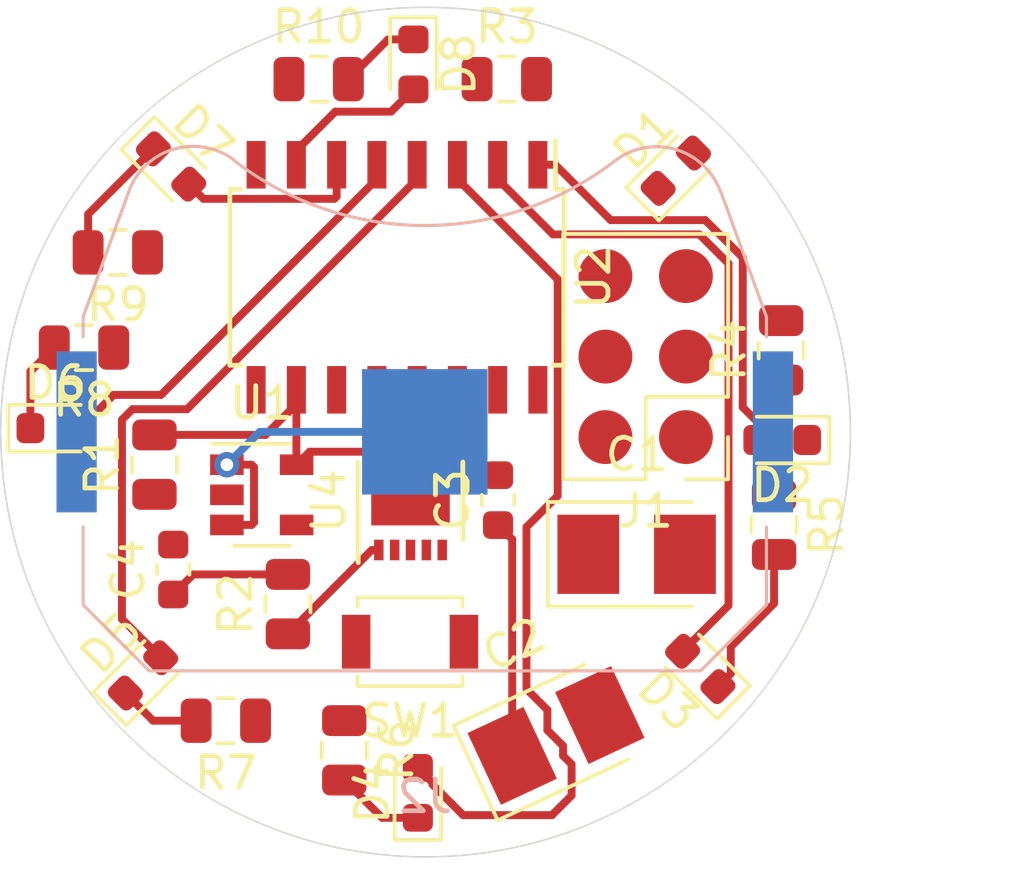
<source format=kicad_pcb>
(kicad_pcb (version 20171130) (host pcbnew "(5.0.0-rc2-dev-329-gd1ab62fb4)")

  (general
    (thickness 1.6)
    (drawings 2)
    (tracks 90)
    (zones 0)
    (modules 28)
    (nets 28)
  )

  (page A4)
  (layers
    (0 F.Cu signal)
    (31 B.Cu signal)
    (32 B.Adhes user)
    (33 F.Adhes user)
    (34 B.Paste user)
    (35 F.Paste user)
    (36 B.SilkS user)
    (37 F.SilkS user)
    (38 B.Mask user)
    (39 F.Mask user)
    (40 Dwgs.User user)
    (41 Cmts.User user)
    (42 Eco1.User user)
    (43 Eco2.User user)
    (44 Edge.Cuts user)
    (45 Margin user)
    (46 B.CrtYd user)
    (47 F.CrtYd user)
    (48 B.Fab user)
    (49 F.Fab user)
  )

  (setup
    (last_trace_width 0.25)
    (trace_clearance 0.2)
    (zone_clearance 0.508)
    (zone_45_only no)
    (trace_min 0.2)
    (segment_width 0.2)
    (edge_width 0.05)
    (via_size 0.8)
    (via_drill 0.4)
    (via_min_size 0.4)
    (via_min_drill 0.3)
    (uvia_size 0.3)
    (uvia_drill 0.1)
    (uvias_allowed no)
    (uvia_min_size 0.2)
    (uvia_min_drill 0.1)
    (pcb_text_width 0.3)
    (pcb_text_size 1.5 1.5)
    (mod_edge_width 0.12)
    (mod_text_size 1 1)
    (mod_text_width 0.15)
    (pad_size 1.7 1.7)
    (pad_drill 0)
    (pad_to_mask_clearance 0.2)
    (aux_axis_origin 148.9075 92.456)
    (grid_origin 149.055001 92.438077)
    (visible_elements FFFFFF7F)
    (pcbplotparams
      (layerselection 0x010fc_ffffffff)
      (usegerberextensions false)
      (usegerberattributes false)
      (usegerberadvancedattributes false)
      (creategerberjobfile false)
      (excludeedgelayer true)
      (linewidth 0.100000)
      (plotframeref false)
      (viasonmask false)
      (mode 1)
      (useauxorigin false)
      (hpglpennumber 1)
      (hpglpenspeed 20)
      (hpglpendiameter 15)
      (psnegative false)
      (psa4output false)
      (plotreference true)
      (plotvalue true)
      (plotinvisibletext false)
      (padsonsilk false)
      (subtractmaskfromsilk false)
      (outputformat 1)
      (mirror false)
      (drillshape 1)
      (scaleselection 1)
      (outputdirectory ""))
  )

  (net 0 "")
  (net 1 VCC)
  (net 2 GND)
  (net 3 +2V5)
  (net 4 "Net-(D1-Pad2)")
  (net 5 "Net-(D1-Pad1)")
  (net 6 "Net-(D2-Pad2)")
  (net 7 "Net-(D2-Pad1)")
  (net 8 "Net-(D3-Pad2)")
  (net 9 "Net-(D3-Pad1)")
  (net 10 "Net-(D4-Pad2)")
  (net 11 "Net-(D4-Pad1)")
  (net 12 "Net-(D5-Pad2)")
  (net 13 "Net-(D5-Pad1)")
  (net 14 "Net-(D6-Pad2)")
  (net 15 "Net-(D6-Pad1)")
  (net 16 "Net-(D7-Pad2)")
  (net 17 "Net-(D7-Pad1)")
  (net 18 "Net-(D8-Pad2)")
  (net 19 "Net-(D8-Pad1)")
  (net 20 RESET)
  (net 21 MOSI)
  (net 22 RCLK)
  (net 23 MISO)
  (net 24 "Net-(R1-Pad1)")
  (net 25 "Net-(U1-Pad4)")
  (net 26 "Net-(U2-Pad9)")
  (net 27 "Net-(U4-Pad2)")

  (net_class Default "This is the default net class."
    (clearance 0.2)
    (trace_width 0.25)
    (via_dia 0.8)
    (via_drill 0.4)
    (uvia_dia 0.3)
    (uvia_drill 0.1)
    (add_net +2V5)
    (add_net GND)
    (add_net MISO)
    (add_net MOSI)
    (add_net "Net-(D1-Pad1)")
    (add_net "Net-(D1-Pad2)")
    (add_net "Net-(D2-Pad1)")
    (add_net "Net-(D2-Pad2)")
    (add_net "Net-(D3-Pad1)")
    (add_net "Net-(D3-Pad2)")
    (add_net "Net-(D4-Pad1)")
    (add_net "Net-(D4-Pad2)")
    (add_net "Net-(D5-Pad1)")
    (add_net "Net-(D5-Pad2)")
    (add_net "Net-(D6-Pad1)")
    (add_net "Net-(D6-Pad2)")
    (add_net "Net-(D7-Pad1)")
    (add_net "Net-(D7-Pad2)")
    (add_net "Net-(D8-Pad1)")
    (add_net "Net-(D8-Pad2)")
    (add_net "Net-(R1-Pad1)")
    (add_net "Net-(U1-Pad4)")
    (add_net "Net-(U2-Pad9)")
    (add_net "Net-(U4-Pad2)")
    (add_net RCLK)
    (add_net RESET)
    (add_net VCC)
  )

  (module Button_Switch_SMD:SW_SPST_B3U-1000P (layer F.Cu) (tedit 5A02FC95) (tstamp 5B899456)
    (at 148.59 99.06 180)
    (descr "Ultra-small-sized Tactile Switch with High Contact Reliability, Top-actuated Model, without Ground Terminal, without Boss")
    (tags "Tactile Switch")
    (path /5B7E7332)
    (attr smd)
    (fp_text reference SW1 (at 0 -2.5 180) (layer F.SilkS)
      (effects (font (size 1 1) (thickness 0.15)))
    )
    (fp_text value SW_MEC_5G (at 0 2.5 180) (layer F.Fab)
      (effects (font (size 1 1) (thickness 0.15)))
    )
    (fp_circle (center 0 0) (end 0.75 0) (layer F.Fab) (width 0.1))
    (fp_line (start -1.5 1.25) (end -1.5 -1.25) (layer F.Fab) (width 0.1))
    (fp_line (start 1.5 1.25) (end -1.5 1.25) (layer F.Fab) (width 0.1))
    (fp_line (start 1.5 -1.25) (end 1.5 1.25) (layer F.Fab) (width 0.1))
    (fp_line (start -1.5 -1.25) (end 1.5 -1.25) (layer F.Fab) (width 0.1))
    (fp_line (start 1.65 -1.4) (end 1.65 -1.1) (layer F.SilkS) (width 0.12))
    (fp_line (start -1.65 -1.4) (end 1.65 -1.4) (layer F.SilkS) (width 0.12))
    (fp_line (start -1.65 -1.1) (end -1.65 -1.4) (layer F.SilkS) (width 0.12))
    (fp_line (start 1.65 1.4) (end 1.65 1.1) (layer F.SilkS) (width 0.12))
    (fp_line (start -1.65 1.4) (end 1.65 1.4) (layer F.SilkS) (width 0.12))
    (fp_line (start -1.65 1.1) (end -1.65 1.4) (layer F.SilkS) (width 0.12))
    (fp_line (start -2.4 -1.65) (end -2.4 1.65) (layer F.CrtYd) (width 0.05))
    (fp_line (start 2.4 -1.65) (end -2.4 -1.65) (layer F.CrtYd) (width 0.05))
    (fp_line (start 2.4 1.65) (end 2.4 -1.65) (layer F.CrtYd) (width 0.05))
    (fp_line (start -2.4 1.65) (end 2.4 1.65) (layer F.CrtYd) (width 0.05))
    (fp_text user %R (at 0 -2.5 180) (layer F.Fab)
      (effects (font (size 1 1) (thickness 0.15)))
    )
    (pad 2 smd rect (at 1.7 0 180) (size 0.9 1.7) (layers F.Cu F.Paste F.Mask)
      (net 2 GND))
    (pad 1 smd rect (at -1.7 0 180) (size 0.9 1.7) (layers F.Cu F.Paste F.Mask)
      (net 2 GND))
    (model ${KISYS3DMOD}/Button_Switch_SMD.3dshapes/SW_SPST_B3U-1000P.wrl
      (at (xyz 0 0 0))
      (scale (xyz 1 1 1))
      (rotate (xyz 0 0 0))
    )
  )

  (module Package_DFN_QFN:DFN-10-1EP_3x3mm_P0.5mm_EP1.55x2.48mm (layer F.Cu) (tedit 5A64BE60) (tstamp 5B89A856)
    (at 148.605 94.615 90)
    (descr "10-Lead Plastic Dual Flat, No Lead Package (MF) - 3x3x0.9 mm Body [DFN] (see Microchip Packaging Specification 00000049BS.pdf)")
    (tags "DFN 0.5")
    (path /5B8A0656)
    (attr smd)
    (fp_text reference U4 (at 0 -2.575 90) (layer F.SilkS)
      (effects (font (size 1 1) (thickness 0.15)))
    )
    (fp_text value ATTINY13A-MMF (at 0 2.575 90) (layer F.Fab)
      (effects (font (size 1 1) (thickness 0.15)))
    )
    (fp_line (start -1.95 -1.65) (end 1.225 -1.65) (layer F.SilkS) (width 0.15))
    (fp_line (start -1.225 1.65) (end 1.225 1.65) (layer F.SilkS) (width 0.15))
    (fp_line (start -2.15 1.85) (end 2.15 1.85) (layer F.CrtYd) (width 0.05))
    (fp_line (start -2.15 -1.85) (end 2.15 -1.85) (layer F.CrtYd) (width 0.05))
    (fp_line (start 2.15 -1.85) (end 2.15 1.85) (layer F.CrtYd) (width 0.05))
    (fp_line (start -2.15 -1.85) (end -2.15 1.85) (layer F.CrtYd) (width 0.05))
    (fp_line (start -1.5 -0.5) (end -0.5 -1.5) (layer F.Fab) (width 0.15))
    (fp_line (start -1.5 1.5) (end -1.5 -0.5) (layer F.Fab) (width 0.15))
    (fp_line (start 1.5 1.5) (end -1.5 1.5) (layer F.Fab) (width 0.15))
    (fp_line (start 1.5 -1.5) (end 1.5 1.5) (layer F.Fab) (width 0.15))
    (fp_line (start -0.5 -1.5) (end 1.5 -1.5) (layer F.Fab) (width 0.15))
    (fp_text user %R (at 0 0 90) (layer F.Fab)
      (effects (font (size 0.7 0.7) (thickness 0.105)))
    )
    (pad "" smd rect (at 0.3875 0.62 90) (size 0.6 1.05) (layers F.Paste))
    (pad "" smd rect (at -0.3875 0.62 90) (size 0.6 1.05) (layers F.Paste))
    (pad "" smd rect (at -0.3875 -0.62 90) (size 0.6 1.05) (layers F.Paste))
    (pad 11 smd rect (at 0 0 90) (size 1.55 2.48) (layers F.Cu F.Mask))
    (pad "" smd rect (at 0.3875 -0.62 90) (size 0.6 1.05) (layers F.Paste))
    (pad 10 smd rect (at 1.55 -1 90) (size 0.65 0.3) (layers F.Cu F.Paste F.Mask)
      (net 3 +2V5))
    (pad 9 smd rect (at 1.55 -0.5 90) (size 0.65 0.3) (layers F.Cu F.Paste F.Mask)
      (net 22 RCLK))
    (pad 8 smd rect (at 1.55 0 90) (size 0.65 0.3) (layers F.Cu F.Paste F.Mask))
    (pad 7 smd rect (at 1.55 0.5 90) (size 0.65 0.3) (layers F.Cu F.Paste F.Mask)
      (net 23 MISO))
    (pad 6 smd rect (at 1.55 1 90) (size 0.65 0.3) (layers F.Cu F.Paste F.Mask)
      (net 21 MOSI))
    (pad 5 smd rect (at -1.55 1 90) (size 0.65 0.3) (layers F.Cu F.Paste F.Mask)
      (net 2 GND))
    (pad 4 smd rect (at -1.55 0.5 90) (size 0.65 0.3) (layers F.Cu F.Paste F.Mask)
      (net 24 "Net-(R1-Pad1)"))
    (pad 3 smd rect (at -1.55 0 90) (size 0.65 0.3) (layers F.Cu F.Paste F.Mask))
    (pad 2 smd rect (at -1.55 -0.5 90) (size 0.65 0.3) (layers F.Cu F.Paste F.Mask)
      (net 27 "Net-(U4-Pad2)"))
    (pad 1 smd rect (at -1.55 -1 90) (size 0.65 0.3) (layers F.Cu F.Paste F.Mask)
      (net 20 RESET))
    (model ${KISYS3DMOD}/Package_DFN_QFN.3dshapes/DFN-10-1EP_3x3mm_P0.5mm_EP1.55x2.48mm.wrl
      (at (xyz 0 0 0))
      (scale (xyz 1 1 1))
      (rotate (xyz 0 0 0))
    )
  )

  (module Package_SO:SOIC-16W_5.3x10.2mm_P1.27mm (layer F.Cu) (tedit 5A02F2D3) (tstamp 5B899490)
    (at 148.178701 87.561277 270)
    (descr "16-Lead Plastic Small Outline (SO) - Wide, 5.3 mm Body (http://www.ti.com/lit/ml/msop002a/msop002a.pdf)")
    (tags "SOIC 1.27")
    (path /5B7E54FD)
    (attr smd)
    (fp_text reference U2 (at 0 -6.2 270) (layer F.SilkS)
      (effects (font (size 1 1) (thickness 0.15)))
    )
    (fp_text value SN74HC595DR (at 0 6.2 270) (layer F.Fab)
      (effects (font (size 1 1) (thickness 0.15)))
    )
    (fp_line (start -2.775 -5) (end -4.3 -5) (layer F.SilkS) (width 0.15))
    (fp_line (start -2.775 5.275) (end 2.775 5.275) (layer F.SilkS) (width 0.15))
    (fp_line (start -2.775 -5.275) (end 2.775 -5.275) (layer F.SilkS) (width 0.15))
    (fp_line (start -2.775 5.275) (end -2.775 4.92) (layer F.SilkS) (width 0.15))
    (fp_line (start 2.775 5.275) (end 2.775 4.92) (layer F.SilkS) (width 0.15))
    (fp_line (start 2.775 -5.275) (end 2.775 -4.92) (layer F.SilkS) (width 0.15))
    (fp_line (start -2.775 -5.275) (end -2.775 -5) (layer F.SilkS) (width 0.15))
    (fp_line (start -4.55 5.45) (end 4.55 5.45) (layer F.CrtYd) (width 0.05))
    (fp_line (start -4.55 -5.45) (end 4.55 -5.45) (layer F.CrtYd) (width 0.05))
    (fp_line (start 4.55 -5.45) (end 4.55 5.45) (layer F.CrtYd) (width 0.05))
    (fp_line (start -4.55 -5.45) (end -4.55 5.45) (layer F.CrtYd) (width 0.05))
    (fp_line (start -2.65 -4.1) (end -1.65 -5.1) (layer F.Fab) (width 0.15))
    (fp_line (start -2.65 5.1) (end -2.65 -4.1) (layer F.Fab) (width 0.15))
    (fp_line (start 2.65 5.1) (end -2.65 5.1) (layer F.Fab) (width 0.15))
    (fp_line (start 2.65 -5.1) (end 2.65 5.1) (layer F.Fab) (width 0.15))
    (fp_line (start -1.65 -5.1) (end 2.65 -5.1) (layer F.Fab) (width 0.15))
    (fp_text user %R (at 0 0 270) (layer F.Fab)
      (effects (font (size 1 1) (thickness 0.15)))
    )
    (pad 16 smd rect (at 3.55 -4.445 270) (size 1.5 0.6) (layers F.Cu F.Paste F.Mask)
      (net 3 +2V5))
    (pad 15 smd rect (at 3.55 -3.175 270) (size 1.5 0.6) (layers F.Cu F.Paste F.Mask)
      (net 4 "Net-(D1-Pad2)"))
    (pad 14 smd rect (at 3.55 -1.905 270) (size 1.5 0.6) (layers F.Cu F.Paste F.Mask)
      (net 21 MOSI))
    (pad 13 smd rect (at 3.55 -0.635 270) (size 1.5 0.6) (layers F.Cu F.Paste F.Mask)
      (net 2 GND))
    (pad 12 smd rect (at 3.55 0.635 270) (size 1.5 0.6) (layers F.Cu F.Paste F.Mask)
      (net 22 RCLK))
    (pad 11 smd rect (at 3.55 1.905 270) (size 1.5 0.6) (layers F.Cu F.Paste F.Mask)
      (net 23 MISO))
    (pad 10 smd rect (at 3.55 3.175 270) (size 1.5 0.6) (layers F.Cu F.Paste F.Mask)
      (net 3 +2V5))
    (pad 9 smd rect (at 3.55 4.445 270) (size 1.5 0.6) (layers F.Cu F.Paste F.Mask)
      (net 26 "Net-(U2-Pad9)"))
    (pad 8 smd rect (at -3.55 4.445 270) (size 1.5 0.6) (layers F.Cu F.Paste F.Mask)
      (net 2 GND))
    (pad 7 smd rect (at -3.55 3.175 270) (size 1.5 0.6) (layers F.Cu F.Paste F.Mask)
      (net 18 "Net-(D8-Pad2)"))
    (pad 6 smd rect (at -3.55 1.905 270) (size 1.5 0.6) (layers F.Cu F.Paste F.Mask)
      (net 16 "Net-(D7-Pad2)"))
    (pad 5 smd rect (at -3.55 0.635 270) (size 1.5 0.6) (layers F.Cu F.Paste F.Mask)
      (net 14 "Net-(D6-Pad2)"))
    (pad 4 smd rect (at -3.55 -0.635 270) (size 1.5 0.6) (layers F.Cu F.Paste F.Mask)
      (net 12 "Net-(D5-Pad2)"))
    (pad 3 smd rect (at -3.55 -1.905 270) (size 1.5 0.6) (layers F.Cu F.Paste F.Mask)
      (net 10 "Net-(D4-Pad2)"))
    (pad 2 smd rect (at -3.55 -3.175 270) (size 1.5 0.6) (layers F.Cu F.Paste F.Mask)
      (net 8 "Net-(D3-Pad2)"))
    (pad 1 smd rect (at -3.55 -4.445 270) (size 1.5 0.6) (layers F.Cu F.Paste F.Mask)
      (net 6 "Net-(D2-Pad2)"))
    (model ${KISYS3DMOD}/Package_SO.3dshapes/SOIC-16W_5.3x10.2mm_P1.27mm.wrl
      (at (xyz 0 0 0))
      (scale (xyz 1 1 1))
      (rotate (xyz 0 0 0))
    )
  )

  (module Package_TO_SOT_SMD:SOT-23-5 (layer F.Cu) (tedit 5A02FF57) (tstamp 5B89946B)
    (at 143.9115 94.4245)
    (descr "5-pin SOT23 package")
    (tags SOT-23-5)
    (path /5B7EA4B7)
    (attr smd)
    (fp_text reference U1 (at 0 -2.9) (layer F.SilkS)
      (effects (font (size 1 1) (thickness 0.15)))
    )
    (fp_text value MIC5205-2.5 (at 0 2.9) (layer F.Fab)
      (effects (font (size 1 1) (thickness 0.15)))
    )
    (fp_line (start 0.9 -1.55) (end 0.9 1.55) (layer F.Fab) (width 0.1))
    (fp_line (start 0.9 1.55) (end -0.9 1.55) (layer F.Fab) (width 0.1))
    (fp_line (start -0.9 -0.9) (end -0.9 1.55) (layer F.Fab) (width 0.1))
    (fp_line (start 0.9 -1.55) (end -0.25 -1.55) (layer F.Fab) (width 0.1))
    (fp_line (start -0.9 -0.9) (end -0.25 -1.55) (layer F.Fab) (width 0.1))
    (fp_line (start -1.9 1.8) (end -1.9 -1.8) (layer F.CrtYd) (width 0.05))
    (fp_line (start 1.9 1.8) (end -1.9 1.8) (layer F.CrtYd) (width 0.05))
    (fp_line (start 1.9 -1.8) (end 1.9 1.8) (layer F.CrtYd) (width 0.05))
    (fp_line (start -1.9 -1.8) (end 1.9 -1.8) (layer F.CrtYd) (width 0.05))
    (fp_line (start 0.9 -1.61) (end -1.55 -1.61) (layer F.SilkS) (width 0.12))
    (fp_line (start -0.9 1.61) (end 0.9 1.61) (layer F.SilkS) (width 0.12))
    (fp_text user %R (at 0 0 90) (layer F.Fab)
      (effects (font (size 0.5 0.5) (thickness 0.075)))
    )
    (pad 5 smd rect (at 1.1 -0.95) (size 1.06 0.65) (layers F.Cu F.Paste F.Mask)
      (net 3 +2V5))
    (pad 4 smd rect (at 1.1 0.95) (size 1.06 0.65) (layers F.Cu F.Paste F.Mask)
      (net 25 "Net-(U1-Pad4)"))
    (pad 3 smd rect (at -1.1 0.95) (size 1.06 0.65) (layers F.Cu F.Paste F.Mask)
      (net 1 VCC))
    (pad 2 smd rect (at -1.1 0) (size 1.06 0.65) (layers F.Cu F.Paste F.Mask)
      (net 2 GND))
    (pad 1 smd rect (at -1.1 -0.95) (size 1.06 0.65) (layers F.Cu F.Paste F.Mask)
      (net 1 VCC))
    (model ${KISYS3DMOD}/Package_TO_SOT_SMD.3dshapes/SOT-23-5.wrl
      (at (xyz 0 0 0))
      (scale (xyz 1 1 1))
      (rotate (xyz 0 0 0))
    )
  )

  (module Resistor_SMD:R_0805_2012Metric (layer F.Cu) (tedit 5B36C52B) (tstamp 5B89943C)
    (at 145.707521 81.310337)
    (descr "Resistor SMD 0805 (2012 Metric), square (rectangular) end terminal, IPC_7351 nominal, (Body size source: https://docs.google.com/spreadsheets/d/1BsfQQcO9C6DZCsRaXUlFlo91Tg2WpOkGARC1WS5S8t0/edit?usp=sharing), generated with kicad-footprint-generator")
    (tags resistor)
    (path /5B7E5F57)
    (attr smd)
    (fp_text reference R10 (at 0 -1.65) (layer F.SilkS)
      (effects (font (size 1 1) (thickness 0.15)))
    )
    (fp_text value 125 (at 0 1.65) (layer F.Fab)
      (effects (font (size 1 1) (thickness 0.15)))
    )
    (fp_text user %R (at 0 0) (layer F.Fab)
      (effects (font (size 0.5 0.5) (thickness 0.08)))
    )
    (fp_line (start 1.68 0.95) (end -1.68 0.95) (layer F.CrtYd) (width 0.05))
    (fp_line (start 1.68 -0.95) (end 1.68 0.95) (layer F.CrtYd) (width 0.05))
    (fp_line (start -1.68 -0.95) (end 1.68 -0.95) (layer F.CrtYd) (width 0.05))
    (fp_line (start -1.68 0.95) (end -1.68 -0.95) (layer F.CrtYd) (width 0.05))
    (fp_line (start -0.258578 0.71) (end 0.258578 0.71) (layer F.SilkS) (width 0.12))
    (fp_line (start -0.258578 -0.71) (end 0.258578 -0.71) (layer F.SilkS) (width 0.12))
    (fp_line (start 1 0.6) (end -1 0.6) (layer F.Fab) (width 0.1))
    (fp_line (start 1 -0.6) (end 1 0.6) (layer F.Fab) (width 0.1))
    (fp_line (start -1 -0.6) (end 1 -0.6) (layer F.Fab) (width 0.1))
    (fp_line (start -1 0.6) (end -1 -0.6) (layer F.Fab) (width 0.1))
    (pad 2 smd roundrect (at 0.9375 0) (size 0.975 1.4) (layers F.Cu F.Paste F.Mask)(roundrect_rratio 0.25)
      (net 19 "Net-(D8-Pad1)"))
    (pad 1 smd roundrect (at -0.9375 0) (size 0.975 1.4) (layers F.Cu F.Paste F.Mask)(roundrect_rratio 0.25)
      (net 2 GND))
    (model ${KISYS3DMOD}/Resistor_SMD.3dshapes/R_0805_2012Metric.wrl
      (at (xyz 0 0 0))
      (scale (xyz 1 1 1))
      (rotate (xyz 0 0 0))
    )
  )

  (module Resistor_SMD:R_0805_2012Metric (layer F.Cu) (tedit 5B36C52B) (tstamp 5B89942B)
    (at 139.370221 86.776417 180)
    (descr "Resistor SMD 0805 (2012 Metric), square (rectangular) end terminal, IPC_7351 nominal, (Body size source: https://docs.google.com/spreadsheets/d/1BsfQQcO9C6DZCsRaXUlFlo91Tg2WpOkGARC1WS5S8t0/edit?usp=sharing), generated with kicad-footprint-generator")
    (tags resistor)
    (path /5B7E5F1D)
    (attr smd)
    (fp_text reference R9 (at 0 -1.65 180) (layer F.SilkS)
      (effects (font (size 1 1) (thickness 0.15)))
    )
    (fp_text value 125 (at 0 1.65 180) (layer F.Fab)
      (effects (font (size 1 1) (thickness 0.15)))
    )
    (fp_text user %R (at 0 0 180) (layer F.Fab)
      (effects (font (size 0.5 0.5) (thickness 0.08)))
    )
    (fp_line (start 1.68 0.95) (end -1.68 0.95) (layer F.CrtYd) (width 0.05))
    (fp_line (start 1.68 -0.95) (end 1.68 0.95) (layer F.CrtYd) (width 0.05))
    (fp_line (start -1.68 -0.95) (end 1.68 -0.95) (layer F.CrtYd) (width 0.05))
    (fp_line (start -1.68 0.95) (end -1.68 -0.95) (layer F.CrtYd) (width 0.05))
    (fp_line (start -0.258578 0.71) (end 0.258578 0.71) (layer F.SilkS) (width 0.12))
    (fp_line (start -0.258578 -0.71) (end 0.258578 -0.71) (layer F.SilkS) (width 0.12))
    (fp_line (start 1 0.6) (end -1 0.6) (layer F.Fab) (width 0.1))
    (fp_line (start 1 -0.6) (end 1 0.6) (layer F.Fab) (width 0.1))
    (fp_line (start -1 -0.6) (end 1 -0.6) (layer F.Fab) (width 0.1))
    (fp_line (start -1 0.6) (end -1 -0.6) (layer F.Fab) (width 0.1))
    (pad 2 smd roundrect (at 0.9375 0 180) (size 0.975 1.4) (layers F.Cu F.Paste F.Mask)(roundrect_rratio 0.25)
      (net 17 "Net-(D7-Pad1)"))
    (pad 1 smd roundrect (at -0.9375 0 180) (size 0.975 1.4) (layers F.Cu F.Paste F.Mask)(roundrect_rratio 0.25)
      (net 2 GND))
    (model ${KISYS3DMOD}/Resistor_SMD.3dshapes/R_0805_2012Metric.wrl
      (at (xyz 0 0 0))
      (scale (xyz 1 1 1))
      (rotate (xyz 0 0 0))
    )
  )

  (module Resistor_SMD:R_0805_2012Metric (layer F.Cu) (tedit 5B36C52B) (tstamp 5B89941A)
    (at 138.302941 89.778697 180)
    (descr "Resistor SMD 0805 (2012 Metric), square (rectangular) end terminal, IPC_7351 nominal, (Body size source: https://docs.google.com/spreadsheets/d/1BsfQQcO9C6DZCsRaXUlFlo91Tg2WpOkGARC1WS5S8t0/edit?usp=sharing), generated with kicad-footprint-generator")
    (tags resistor)
    (path /5B7E5EE1)
    (attr smd)
    (fp_text reference R8 (at 0 -1.65 180) (layer F.SilkS)
      (effects (font (size 1 1) (thickness 0.15)))
    )
    (fp_text value 125 (at 0 1.65 180) (layer F.Fab)
      (effects (font (size 1 1) (thickness 0.15)))
    )
    (fp_text user %R (at 0 0 180) (layer F.Fab)
      (effects (font (size 0.5 0.5) (thickness 0.08)))
    )
    (fp_line (start 1.68 0.95) (end -1.68 0.95) (layer F.CrtYd) (width 0.05))
    (fp_line (start 1.68 -0.95) (end 1.68 0.95) (layer F.CrtYd) (width 0.05))
    (fp_line (start -1.68 -0.95) (end 1.68 -0.95) (layer F.CrtYd) (width 0.05))
    (fp_line (start -1.68 0.95) (end -1.68 -0.95) (layer F.CrtYd) (width 0.05))
    (fp_line (start -0.258578 0.71) (end 0.258578 0.71) (layer F.SilkS) (width 0.12))
    (fp_line (start -0.258578 -0.71) (end 0.258578 -0.71) (layer F.SilkS) (width 0.12))
    (fp_line (start 1 0.6) (end -1 0.6) (layer F.Fab) (width 0.1))
    (fp_line (start 1 -0.6) (end 1 0.6) (layer F.Fab) (width 0.1))
    (fp_line (start -1 -0.6) (end 1 -0.6) (layer F.Fab) (width 0.1))
    (fp_line (start -1 0.6) (end -1 -0.6) (layer F.Fab) (width 0.1))
    (pad 2 smd roundrect (at 0.9375 0 180) (size 0.975 1.4) (layers F.Cu F.Paste F.Mask)(roundrect_rratio 0.25)
      (net 15 "Net-(D6-Pad1)"))
    (pad 1 smd roundrect (at -0.9375 0 180) (size 0.975 1.4) (layers F.Cu F.Paste F.Mask)(roundrect_rratio 0.25)
      (net 2 GND))
    (model ${KISYS3DMOD}/Resistor_SMD.3dshapes/R_0805_2012Metric.wrl
      (at (xyz 0 0 0))
      (scale (xyz 1 1 1))
      (rotate (xyz 0 0 0))
    )
  )

  (module Resistor_SMD:R_0805_2012Metric (layer F.Cu) (tedit 5B36C52B) (tstamp 5B899409)
    (at 142.778661 101.551597 180)
    (descr "Resistor SMD 0805 (2012 Metric), square (rectangular) end terminal, IPC_7351 nominal, (Body size source: https://docs.google.com/spreadsheets/d/1BsfQQcO9C6DZCsRaXUlFlo91Tg2WpOkGARC1WS5S8t0/edit?usp=sharing), generated with kicad-footprint-generator")
    (tags resistor)
    (path /5B7E5EAB)
    (attr smd)
    (fp_text reference R7 (at 0 -1.65 180) (layer F.SilkS)
      (effects (font (size 1 1) (thickness 0.15)))
    )
    (fp_text value 125 (at 0 1.65 180) (layer F.Fab)
      (effects (font (size 1 1) (thickness 0.15)))
    )
    (fp_text user %R (at 0 0 180) (layer F.Fab)
      (effects (font (size 0.5 0.5) (thickness 0.08)))
    )
    (fp_line (start 1.68 0.95) (end -1.68 0.95) (layer F.CrtYd) (width 0.05))
    (fp_line (start 1.68 -0.95) (end 1.68 0.95) (layer F.CrtYd) (width 0.05))
    (fp_line (start -1.68 -0.95) (end 1.68 -0.95) (layer F.CrtYd) (width 0.05))
    (fp_line (start -1.68 0.95) (end -1.68 -0.95) (layer F.CrtYd) (width 0.05))
    (fp_line (start -0.258578 0.71) (end 0.258578 0.71) (layer F.SilkS) (width 0.12))
    (fp_line (start -0.258578 -0.71) (end 0.258578 -0.71) (layer F.SilkS) (width 0.12))
    (fp_line (start 1 0.6) (end -1 0.6) (layer F.Fab) (width 0.1))
    (fp_line (start 1 -0.6) (end 1 0.6) (layer F.Fab) (width 0.1))
    (fp_line (start -1 -0.6) (end 1 -0.6) (layer F.Fab) (width 0.1))
    (fp_line (start -1 0.6) (end -1 -0.6) (layer F.Fab) (width 0.1))
    (pad 2 smd roundrect (at 0.9375 0 180) (size 0.975 1.4) (layers F.Cu F.Paste F.Mask)(roundrect_rratio 0.25)
      (net 13 "Net-(D5-Pad1)"))
    (pad 1 smd roundrect (at -0.9375 0 180) (size 0.975 1.4) (layers F.Cu F.Paste F.Mask)(roundrect_rratio 0.25)
      (net 2 GND))
    (model ${KISYS3DMOD}/Resistor_SMD.3dshapes/R_0805_2012Metric.wrl
      (at (xyz 0 0 0))
      (scale (xyz 1 1 1))
      (rotate (xyz 0 0 0))
    )
  )

  (module Resistor_SMD:R_0805_2012Metric (layer F.Cu) (tedit 5B36C52B) (tstamp 5B8993F8)
    (at 146.515001 102.486077 270)
    (descr "Resistor SMD 0805 (2012 Metric), square (rectangular) end terminal, IPC_7351 nominal, (Body size source: https://docs.google.com/spreadsheets/d/1BsfQQcO9C6DZCsRaXUlFlo91Tg2WpOkGARC1WS5S8t0/edit?usp=sharing), generated with kicad-footprint-generator")
    (tags resistor)
    (path /5B7E5E77)
    (attr smd)
    (fp_text reference R6 (at 0 -1.65 270) (layer F.SilkS)
      (effects (font (size 1 1) (thickness 0.15)))
    )
    (fp_text value 125 (at 0 1.65 270) (layer F.Fab)
      (effects (font (size 1 1) (thickness 0.15)))
    )
    (fp_text user %R (at 0 0 270) (layer F.Fab)
      (effects (font (size 0.5 0.5) (thickness 0.08)))
    )
    (fp_line (start 1.68 0.95) (end -1.68 0.95) (layer F.CrtYd) (width 0.05))
    (fp_line (start 1.68 -0.95) (end 1.68 0.95) (layer F.CrtYd) (width 0.05))
    (fp_line (start -1.68 -0.95) (end 1.68 -0.95) (layer F.CrtYd) (width 0.05))
    (fp_line (start -1.68 0.95) (end -1.68 -0.95) (layer F.CrtYd) (width 0.05))
    (fp_line (start -0.258578 0.71) (end 0.258578 0.71) (layer F.SilkS) (width 0.12))
    (fp_line (start -0.258578 -0.71) (end 0.258578 -0.71) (layer F.SilkS) (width 0.12))
    (fp_line (start 1 0.6) (end -1 0.6) (layer F.Fab) (width 0.1))
    (fp_line (start 1 -0.6) (end 1 0.6) (layer F.Fab) (width 0.1))
    (fp_line (start -1 -0.6) (end 1 -0.6) (layer F.Fab) (width 0.1))
    (fp_line (start -1 0.6) (end -1 -0.6) (layer F.Fab) (width 0.1))
    (pad 2 smd roundrect (at 0.9375 0 270) (size 0.975 1.4) (layers F.Cu F.Paste F.Mask)(roundrect_rratio 0.25)
      (net 11 "Net-(D4-Pad1)"))
    (pad 1 smd roundrect (at -0.9375 0 270) (size 0.975 1.4) (layers F.Cu F.Paste F.Mask)(roundrect_rratio 0.25)
      (net 2 GND))
    (model ${KISYS3DMOD}/Resistor_SMD.3dshapes/R_0805_2012Metric.wrl
      (at (xyz 0 0 0))
      (scale (xyz 1 1 1))
      (rotate (xyz 0 0 0))
    )
  )

  (module Resistor_SMD:R_0805_2012Metric (layer F.Cu) (tedit 5B36C52B) (tstamp 5B8993E7)
    (at 160.076061 95.369477 270)
    (descr "Resistor SMD 0805 (2012 Metric), square (rectangular) end terminal, IPC_7351 nominal, (Body size source: https://docs.google.com/spreadsheets/d/1BsfQQcO9C6DZCsRaXUlFlo91Tg2WpOkGARC1WS5S8t0/edit?usp=sharing), generated with kicad-footprint-generator")
    (tags resistor)
    (path /5B7E5E45)
    (attr smd)
    (fp_text reference R5 (at 0 -1.65 270) (layer F.SilkS)
      (effects (font (size 1 1) (thickness 0.15)))
    )
    (fp_text value 125 (at 0 1.65 270) (layer F.Fab)
      (effects (font (size 1 1) (thickness 0.15)))
    )
    (fp_text user %R (at 0 0 270) (layer F.Fab)
      (effects (font (size 0.5 0.5) (thickness 0.08)))
    )
    (fp_line (start 1.68 0.95) (end -1.68 0.95) (layer F.CrtYd) (width 0.05))
    (fp_line (start 1.68 -0.95) (end 1.68 0.95) (layer F.CrtYd) (width 0.05))
    (fp_line (start -1.68 -0.95) (end 1.68 -0.95) (layer F.CrtYd) (width 0.05))
    (fp_line (start -1.68 0.95) (end -1.68 -0.95) (layer F.CrtYd) (width 0.05))
    (fp_line (start -0.258578 0.71) (end 0.258578 0.71) (layer F.SilkS) (width 0.12))
    (fp_line (start -0.258578 -0.71) (end 0.258578 -0.71) (layer F.SilkS) (width 0.12))
    (fp_line (start 1 0.6) (end -1 0.6) (layer F.Fab) (width 0.1))
    (fp_line (start 1 -0.6) (end 1 0.6) (layer F.Fab) (width 0.1))
    (fp_line (start -1 -0.6) (end 1 -0.6) (layer F.Fab) (width 0.1))
    (fp_line (start -1 0.6) (end -1 -0.6) (layer F.Fab) (width 0.1))
    (pad 2 smd roundrect (at 0.9375 0 270) (size 0.975 1.4) (layers F.Cu F.Paste F.Mask)(roundrect_rratio 0.25)
      (net 9 "Net-(D3-Pad1)"))
    (pad 1 smd roundrect (at -0.9375 0 270) (size 0.975 1.4) (layers F.Cu F.Paste F.Mask)(roundrect_rratio 0.25)
      (net 2 GND))
    (model ${KISYS3DMOD}/Resistor_SMD.3dshapes/R_0805_2012Metric.wrl
      (at (xyz 0 0 0))
      (scale (xyz 1 1 1))
      (rotate (xyz 0 0 0))
    )
  )

  (module Resistor_SMD:R_0805_2012Metric (layer F.Cu) (tedit 5B36C52B) (tstamp 5B8993D6)
    (at 160.299581 89.865057 90)
    (descr "Resistor SMD 0805 (2012 Metric), square (rectangular) end terminal, IPC_7351 nominal, (Body size source: https://docs.google.com/spreadsheets/d/1BsfQQcO9C6DZCsRaXUlFlo91Tg2WpOkGARC1WS5S8t0/edit?usp=sharing), generated with kicad-footprint-generator")
    (tags resistor)
    (path /5B7E5E15)
    (attr smd)
    (fp_text reference R4 (at 0 -1.65 90) (layer F.SilkS)
      (effects (font (size 1 1) (thickness 0.15)))
    )
    (fp_text value 125 (at 0 1.65 90) (layer F.Fab)
      (effects (font (size 1 1) (thickness 0.15)))
    )
    (fp_text user %R (at 0 0 90) (layer F.Fab)
      (effects (font (size 0.5 0.5) (thickness 0.08)))
    )
    (fp_line (start 1.68 0.95) (end -1.68 0.95) (layer F.CrtYd) (width 0.05))
    (fp_line (start 1.68 -0.95) (end 1.68 0.95) (layer F.CrtYd) (width 0.05))
    (fp_line (start -1.68 -0.95) (end 1.68 -0.95) (layer F.CrtYd) (width 0.05))
    (fp_line (start -1.68 0.95) (end -1.68 -0.95) (layer F.CrtYd) (width 0.05))
    (fp_line (start -0.258578 0.71) (end 0.258578 0.71) (layer F.SilkS) (width 0.12))
    (fp_line (start -0.258578 -0.71) (end 0.258578 -0.71) (layer F.SilkS) (width 0.12))
    (fp_line (start 1 0.6) (end -1 0.6) (layer F.Fab) (width 0.1))
    (fp_line (start 1 -0.6) (end 1 0.6) (layer F.Fab) (width 0.1))
    (fp_line (start -1 -0.6) (end 1 -0.6) (layer F.Fab) (width 0.1))
    (fp_line (start -1 0.6) (end -1 -0.6) (layer F.Fab) (width 0.1))
    (pad 2 smd roundrect (at 0.9375 0 90) (size 0.975 1.4) (layers F.Cu F.Paste F.Mask)(roundrect_rratio 0.25)
      (net 7 "Net-(D2-Pad1)"))
    (pad 1 smd roundrect (at -0.9375 0 90) (size 0.975 1.4) (layers F.Cu F.Paste F.Mask)(roundrect_rratio 0.25)
      (net 2 GND))
    (model ${KISYS3DMOD}/Resistor_SMD.3dshapes/R_0805_2012Metric.wrl
      (at (xyz 0 0 0))
      (scale (xyz 1 1 1))
      (rotate (xyz 0 0 0))
    )
  )

  (module Resistor_SMD:R_0805_2012Metric (layer F.Cu) (tedit 5B36C52B) (tstamp 5B897431)
    (at 151.643261 81.310337)
    (descr "Resistor SMD 0805 (2012 Metric), square (rectangular) end terminal, IPC_7351 nominal, (Body size source: https://docs.google.com/spreadsheets/d/1BsfQQcO9C6DZCsRaXUlFlo91Tg2WpOkGARC1WS5S8t0/edit?usp=sharing), generated with kicad-footprint-generator")
    (tags resistor)
    (path /5B7E5CD3)
    (attr smd)
    (fp_text reference R3 (at 0 -1.65) (layer F.SilkS)
      (effects (font (size 1 1) (thickness 0.15)))
    )
    (fp_text value 125 (at 0 1.65) (layer F.Fab)
      (effects (font (size 1 1) (thickness 0.15)))
    )
    (fp_text user %R (at 0 0) (layer F.Fab)
      (effects (font (size 0.5 0.5) (thickness 0.08)))
    )
    (fp_line (start 1.68 0.95) (end -1.68 0.95) (layer F.CrtYd) (width 0.05))
    (fp_line (start 1.68 -0.95) (end 1.68 0.95) (layer F.CrtYd) (width 0.05))
    (fp_line (start -1.68 -0.95) (end 1.68 -0.95) (layer F.CrtYd) (width 0.05))
    (fp_line (start -1.68 0.95) (end -1.68 -0.95) (layer F.CrtYd) (width 0.05))
    (fp_line (start -0.258578 0.71) (end 0.258578 0.71) (layer F.SilkS) (width 0.12))
    (fp_line (start -0.258578 -0.71) (end 0.258578 -0.71) (layer F.SilkS) (width 0.12))
    (fp_line (start 1 0.6) (end -1 0.6) (layer F.Fab) (width 0.1))
    (fp_line (start 1 -0.6) (end 1 0.6) (layer F.Fab) (width 0.1))
    (fp_line (start -1 -0.6) (end 1 -0.6) (layer F.Fab) (width 0.1))
    (fp_line (start -1 0.6) (end -1 -0.6) (layer F.Fab) (width 0.1))
    (pad 2 smd roundrect (at 0.9375 0) (size 0.975 1.4) (layers F.Cu F.Paste F.Mask)(roundrect_rratio 0.25)
      (net 5 "Net-(D1-Pad1)"))
    (pad 1 smd roundrect (at -0.9375 0) (size 0.975 1.4) (layers F.Cu F.Paste F.Mask)(roundrect_rratio 0.25)
      (net 2 GND))
    (model ${KISYS3DMOD}/Resistor_SMD.3dshapes/R_0805_2012Metric.wrl
      (at (xyz 0 0 0))
      (scale (xyz 1 1 1))
      (rotate (xyz 0 0 0))
    )
  )

  (module Resistor_SMD:R_0805_2012Metric (layer F.Cu) (tedit 5B36C52B) (tstamp 5B8993B4)
    (at 144.737001 97.873677 90)
    (descr "Resistor SMD 0805 (2012 Metric), square (rectangular) end terminal, IPC_7351 nominal, (Body size source: https://docs.google.com/spreadsheets/d/1BsfQQcO9C6DZCsRaXUlFlo91Tg2WpOkGARC1WS5S8t0/edit?usp=sharing), generated with kicad-footprint-generator")
    (tags resistor)
    (path /5B7E83BD)
    (attr smd)
    (fp_text reference R2 (at 0 -1.65 90) (layer F.SilkS)
      (effects (font (size 1 1) (thickness 0.15)))
    )
    (fp_text value 10k (at 0 1.65 90) (layer F.Fab)
      (effects (font (size 1 1) (thickness 0.15)))
    )
    (fp_text user %R (at 0 0 90) (layer F.Fab)
      (effects (font (size 0.5 0.5) (thickness 0.08)))
    )
    (fp_line (start 1.68 0.95) (end -1.68 0.95) (layer F.CrtYd) (width 0.05))
    (fp_line (start 1.68 -0.95) (end 1.68 0.95) (layer F.CrtYd) (width 0.05))
    (fp_line (start -1.68 -0.95) (end 1.68 -0.95) (layer F.CrtYd) (width 0.05))
    (fp_line (start -1.68 0.95) (end -1.68 -0.95) (layer F.CrtYd) (width 0.05))
    (fp_line (start -0.258578 0.71) (end 0.258578 0.71) (layer F.SilkS) (width 0.12))
    (fp_line (start -0.258578 -0.71) (end 0.258578 -0.71) (layer F.SilkS) (width 0.12))
    (fp_line (start 1 0.6) (end -1 0.6) (layer F.Fab) (width 0.1))
    (fp_line (start 1 -0.6) (end 1 0.6) (layer F.Fab) (width 0.1))
    (fp_line (start -1 -0.6) (end 1 -0.6) (layer F.Fab) (width 0.1))
    (fp_line (start -1 0.6) (end -1 -0.6) (layer F.Fab) (width 0.1))
    (pad 2 smd roundrect (at 0.9375 0 90) (size 0.975 1.4) (layers F.Cu F.Paste F.Mask)(roundrect_rratio 0.25)
      (net 3 +2V5))
    (pad 1 smd roundrect (at -0.9375 0 90) (size 0.975 1.4) (layers F.Cu F.Paste F.Mask)(roundrect_rratio 0.25)
      (net 20 RESET))
    (model ${KISYS3DMOD}/Resistor_SMD.3dshapes/R_0805_2012Metric.wrl
      (at (xyz 0 0 0))
      (scale (xyz 1 1 1))
      (rotate (xyz 0 0 0))
    )
  )

  (module Resistor_SMD:R_0805_2012Metric (layer F.Cu) (tedit 5B36C52B) (tstamp 5B8993A3)
    (at 140.5255 93.472 90)
    (descr "Resistor SMD 0805 (2012 Metric), square (rectangular) end terminal, IPC_7351 nominal, (Body size source: https://docs.google.com/spreadsheets/d/1BsfQQcO9C6DZCsRaXUlFlo91Tg2WpOkGARC1WS5S8t0/edit?usp=sharing), generated with kicad-footprint-generator")
    (tags resistor)
    (path /5B7E6DD6)
    (attr smd)
    (fp_text reference R1 (at 0 -1.65 90) (layer F.SilkS)
      (effects (font (size 1 1) (thickness 0.15)))
    )
    (fp_text value 10k (at 0 1.65 90) (layer F.Fab)
      (effects (font (size 1 1) (thickness 0.15)))
    )
    (fp_text user %R (at 0 0 90) (layer F.Fab)
      (effects (font (size 0.5 0.5) (thickness 0.08)))
    )
    (fp_line (start 1.68 0.95) (end -1.68 0.95) (layer F.CrtYd) (width 0.05))
    (fp_line (start 1.68 -0.95) (end 1.68 0.95) (layer F.CrtYd) (width 0.05))
    (fp_line (start -1.68 -0.95) (end 1.68 -0.95) (layer F.CrtYd) (width 0.05))
    (fp_line (start -1.68 0.95) (end -1.68 -0.95) (layer F.CrtYd) (width 0.05))
    (fp_line (start -0.258578 0.71) (end 0.258578 0.71) (layer F.SilkS) (width 0.12))
    (fp_line (start -0.258578 -0.71) (end 0.258578 -0.71) (layer F.SilkS) (width 0.12))
    (fp_line (start 1 0.6) (end -1 0.6) (layer F.Fab) (width 0.1))
    (fp_line (start 1 -0.6) (end 1 0.6) (layer F.Fab) (width 0.1))
    (fp_line (start -1 -0.6) (end 1 -0.6) (layer F.Fab) (width 0.1))
    (fp_line (start -1 0.6) (end -1 -0.6) (layer F.Fab) (width 0.1))
    (pad 2 smd roundrect (at 0.9375 0 90) (size 0.975 1.4) (layers F.Cu F.Paste F.Mask)(roundrect_rratio 0.25)
      (net 3 +2V5))
    (pad 1 smd roundrect (at -0.9375 0 90) (size 0.975 1.4) (layers F.Cu F.Paste F.Mask)(roundrect_rratio 0.25)
      (net 24 "Net-(R1-Pad1)"))
    (model ${KISYS3DMOD}/Resistor_SMD.3dshapes/R_0805_2012Metric.wrl
      (at (xyz 0 0 0))
      (scale (xyz 1 1 1))
      (rotate (xyz 0 0 0))
    )
  )

  (module Battery_Holders:Keystone_3034_1x20mm-CoinCell (layer B.Cu) (tedit 595D9565) (tstamp 5B899392)
    (at 149.055001 92.438077)
    (descr "Keystone 3034 SMD battery holder for 2020, 2025 and 2032 coincell batteries. http://www.keyelco.com/product-pdf.cfm?p=798")
    (tags "Keystone type 3034 coin cell retainer")
    (path /5B7F6D5F)
    (attr smd)
    (fp_text reference J2 (at 0 11.5) (layer B.SilkS)
      (effects (font (size 1 1) (thickness 0.15)) (justify mirror))
    )
    (fp_text value Conn_01x02 (at 0 -11.5) (layer B.Fab)
      (effects (font (size 1 1) (thickness 0.15)) (justify mirror))
    )
    (fp_text user %R (at 0 2.9) (layer B.Fab)
      (effects (font (size 1 1) (thickness 0.15)) (justify mirror))
    )
    (fp_circle (center 0 0) (end 0 -10.25) (layer Dwgs.User) (width 0.15))
    (fp_arc (start 0 -16.36) (end 6 -8.55) (angle 75.1) (layer B.SilkS) (width 0.1))
    (fp_arc (start -7.31 -6.85) (end -9.34 -7.58) (angle 107.5) (layer B.SilkS) (width 0.1))
    (fp_line (start -10.78 -3.63) (end -9.34 -7.58) (layer B.SilkS) (width 0.1))
    (fp_line (start -8.7 7.54) (end -10.78 5.46) (layer B.SilkS) (width 0.1))
    (fp_line (start 8.7 7.54) (end -8.7 7.54) (layer B.SilkS) (width 0.1))
    (fp_line (start 8.7 7.54) (end 10.78 5.46) (layer B.SilkS) (width 0.1))
    (fp_line (start 10.78 -3.63) (end 9.34 -7.58) (layer B.SilkS) (width 0.1))
    (fp_arc (start 7.31 -6.85) (end 6 -8.55) (angle 107.5) (layer B.SilkS) (width 0.1))
    (fp_line (start -10.78 5.46) (end -10.78 3) (layer B.SilkS) (width 0.1))
    (fp_line (start -10.78 -3) (end -10.78 -3.63) (layer B.SilkS) (width 0.1))
    (fp_line (start 10.78 5.46) (end 10.78 3) (layer B.SilkS) (width 0.1))
    (fp_line (start 10.78 -3) (end 10.78 -3.63) (layer B.SilkS) (width 0.1))
    (fp_line (start -9.19 -7.53) (end -10.63 -3.6) (layer B.Fab) (width 0.1))
    (fp_line (start -10.63 -3.6) (end -10.63 5.4) (layer B.Fab) (width 0.1))
    (fp_line (start -10.63 5.4) (end -8.64 7.39) (layer B.Fab) (width 0.1))
    (fp_line (start -8.64 7.39) (end 8.64 7.39) (layer B.Fab) (width 0.1))
    (fp_line (start 8.64 7.39) (end 10.63 5.4) (layer B.Fab) (width 0.1))
    (fp_line (start 10.63 5.4) (end 10.63 -3.6) (layer B.Fab) (width 0.1))
    (fp_line (start 10.63 -3.6) (end 9.19 -7.53) (layer B.Fab) (width 0.1))
    (fp_arc (start 7.31 -6.85) (end 6.1 -8.43) (angle 107.5) (layer B.Fab) (width 0.1))
    (fp_arc (start 0 -16.36) (end 6.1 -8.43) (angle 75.1) (layer B.Fab) (width 0.1))
    (fp_arc (start -7.31 -6.85) (end -9.19 -7.53) (angle 107.5) (layer B.Fab) (width 0.1))
    (fp_line (start 11.87 2.79) (end 10.88 2.79) (layer B.CrtYd) (width 0.05))
    (fp_line (start 10.88 2.79) (end 10.88 5.5) (layer B.CrtYd) (width 0.05))
    (fp_line (start 10.88 5.5) (end 8.74 7.64) (layer B.CrtYd) (width 0.05))
    (fp_line (start 8.74 7.64) (end 7.2 7.64) (layer B.CrtYd) (width 0.05))
    (fp_arc (start 0 0) (end 7.2 7.64) (angle 86.6) (layer B.CrtYd) (width 0.05))
    (fp_line (start -7.2 7.64) (end -8.74 7.64) (layer B.CrtYd) (width 0.05))
    (fp_line (start -8.74 7.64) (end -10.88 5.5) (layer B.CrtYd) (width 0.05))
    (fp_line (start -10.88 5.5) (end -10.88 2.79) (layer B.CrtYd) (width 0.05))
    (fp_line (start -10.88 2.79) (end -11.87 2.79) (layer B.CrtYd) (width 0.05))
    (fp_line (start -11.87 2.79) (end -11.87 -2.79) (layer B.CrtYd) (width 0.05))
    (fp_line (start -11.87 -2.79) (end -10.88 -2.79) (layer B.CrtYd) (width 0.05))
    (fp_line (start -10.88 -2.79) (end -10.88 -3.64) (layer B.CrtYd) (width 0.05))
    (fp_line (start -10.88 -3.64) (end -9.44 -7.62) (layer B.CrtYd) (width 0.05))
    (fp_arc (start -7.31 -6.85) (end -9.43 -7.62) (angle 106.9) (layer B.CrtYd) (width 0.05))
    (fp_arc (start 0 0) (end -5.96 -8.64) (angle 69.1) (layer B.CrtYd) (width 0.05))
    (fp_arc (start 7.31 -6.85) (end 5.96 -8.64) (angle 106.9) (layer B.CrtYd) (width 0.05))
    (fp_line (start 9.43 -7.63) (end 10.88 -3.64) (layer B.CrtYd) (width 0.05))
    (fp_line (start 10.88 -3.64) (end 10.88 -2.79) (layer B.CrtYd) (width 0.05))
    (fp_line (start 10.88 -2.79) (end 11.87 -2.79) (layer B.CrtYd) (width 0.05))
    (fp_line (start 11.87 -2.79) (end 11.87 2.79) (layer B.CrtYd) (width 0.05))
    (pad 2 smd rect (at 0 0) (size 3.96 3.96) (layers B.Cu B.Paste B.Mask)
      (net 1 VCC))
    (pad 1 smd rect (at 10.985 0) (size 1.27 5.08) (layers B.Cu B.Paste B.Mask)
      (net 2 GND))
    (pad 1 smd rect (at -10.985 0) (size 1.27 5.08) (layers B.Cu B.Paste B.Mask)
      (net 2 GND))
    (model ${KISYS3DMOD}/Battery_Holders.3dshapes/Keystone_3034_1x20mm-CoinCell.wrl
      (at (xyz 0 0 0))
      (scale (xyz 1 1 1))
      (rotate (xyz 0 0 0))
    )
  )

  (module Connector_PinHeader_2.54mm:PinHeader_2x03_P2.54mm_Vertical (layer F.Cu) (tedit 5B89623F) (tstamp 5B89935F)
    (at 157.294761 92.603177 180)
    (descr "Through hole straight pin header, 2x03, 2.54mm pitch, double rows")
    (tags "Through hole pin header THT 2x03 2.54mm double row")
    (path /5B7E6D36)
    (fp_text reference J1 (at 1.27 -2.33 180) (layer F.SilkS)
      (effects (font (size 1 1) (thickness 0.15)))
    )
    (fp_text value Conn_02x03_Counter_Clockwise (at 1.27 7.41 180) (layer F.Fab)
      (effects (font (size 1 1) (thickness 0.15)))
    )
    (fp_text user %R (at 1.27 2.54 270) (layer F.Fab)
      (effects (font (size 1 1) (thickness 0.15)))
    )
    (fp_line (start 4.35 -1.8) (end -1.8 -1.8) (layer F.CrtYd) (width 0.05))
    (fp_line (start 4.35 6.85) (end 4.35 -1.8) (layer F.CrtYd) (width 0.05))
    (fp_line (start -1.8 6.85) (end 4.35 6.85) (layer F.CrtYd) (width 0.05))
    (fp_line (start -1.8 -1.8) (end -1.8 6.85) (layer F.CrtYd) (width 0.05))
    (fp_line (start -1.33 -1.33) (end 0 -1.33) (layer F.SilkS) (width 0.12))
    (fp_line (start -1.33 0) (end -1.33 -1.33) (layer F.SilkS) (width 0.12))
    (fp_line (start 1.27 -1.33) (end 3.87 -1.33) (layer F.SilkS) (width 0.12))
    (fp_line (start 1.27 1.27) (end 1.27 -1.33) (layer F.SilkS) (width 0.12))
    (fp_line (start -1.33 1.27) (end 1.27 1.27) (layer F.SilkS) (width 0.12))
    (fp_line (start 3.87 -1.33) (end 3.87 6.41) (layer F.SilkS) (width 0.12))
    (fp_line (start -1.33 1.27) (end -1.33 6.41) (layer F.SilkS) (width 0.12))
    (fp_line (start -1.33 6.41) (end 3.87 6.41) (layer F.SilkS) (width 0.12))
    (fp_line (start -1.27 0) (end 0 -1.27) (layer F.Fab) (width 0.1))
    (fp_line (start -1.27 6.35) (end -1.27 0) (layer F.Fab) (width 0.1))
    (fp_line (start 3.81 6.35) (end -1.27 6.35) (layer F.Fab) (width 0.1))
    (fp_line (start 3.81 -1.27) (end 3.81 6.35) (layer F.Fab) (width 0.1))
    (fp_line (start 0 -1.27) (end 3.81 -1.27) (layer F.Fab) (width 0.1))
    (pad 6 smd oval (at 2.54 5.08 180) (size 1.7 1.7) (layers F.Cu F.Paste F.Mask)
      (net 2 GND))
    (pad 5 smd oval (at 0 5.08 180) (size 1.7 1.7) (layers F.Cu F.Paste F.Mask)
      (net 20 RESET))
    (pad 4 smd oval (at 2.54 2.54 180) (size 1.7 1.7) (layers F.Cu F.Paste F.Mask)
      (net 21 MOSI))
    (pad 3 smd oval (at 0 2.54 180) (size 1.7 1.7) (layers F.Cu F.Paste F.Mask)
      (net 22 RCLK))
    (pad 2 smd oval (at 2.54 0 180) (size 1.7 1.7) (layers F.Cu F.Paste F.Mask)
      (net 1 VCC))
    (pad 1 smd oval (at 0 0 180) (size 1.7 1.7) (layers F.Cu F.Paste F.Mask)
      (net 23 MISO))
    (model ${KISYS3DMOD}/Connector_PinHeader_2.54mm.3dshapes/PinHeader_2x03_P2.54mm_Vertical.wrl
      (at (xyz 0 0 0))
      (scale (xyz 1 1 1))
      (rotate (xyz 0 0 0))
    )
  )

  (module LED_SMD:LED_0603_1608Metric (layer F.Cu) (tedit 5B301BBE) (tstamp 5B899343)
    (at 148.696861 80.842877 270)
    (descr "LED SMD 0603 (1608 Metric), square (rectangular) end terminal, IPC_7351 nominal, (Body size source: http://www.tortai-tech.com/upload/download/2011102023233369053.pdf), generated with kicad-footprint-generator")
    (tags diode)
    (path /5B7E5AEA)
    (attr smd)
    (fp_text reference D8 (at 0 -1.43 270) (layer F.SilkS)
      (effects (font (size 1 1) (thickness 0.15)))
    )
    (fp_text value LED (at 0 1.43 270) (layer F.Fab)
      (effects (font (size 1 1) (thickness 0.15)))
    )
    (fp_text user %R (at 0 0 270) (layer F.Fab)
      (effects (font (size 0.4 0.4) (thickness 0.06)))
    )
    (fp_line (start 1.48 0.73) (end -1.48 0.73) (layer F.CrtYd) (width 0.05))
    (fp_line (start 1.48 -0.73) (end 1.48 0.73) (layer F.CrtYd) (width 0.05))
    (fp_line (start -1.48 -0.73) (end 1.48 -0.73) (layer F.CrtYd) (width 0.05))
    (fp_line (start -1.48 0.73) (end -1.48 -0.73) (layer F.CrtYd) (width 0.05))
    (fp_line (start -1.485 0.735) (end 0.8 0.735) (layer F.SilkS) (width 0.12))
    (fp_line (start -1.485 -0.735) (end -1.485 0.735) (layer F.SilkS) (width 0.12))
    (fp_line (start 0.8 -0.735) (end -1.485 -0.735) (layer F.SilkS) (width 0.12))
    (fp_line (start 0.8 0.4) (end 0.8 -0.4) (layer F.Fab) (width 0.1))
    (fp_line (start -0.8 0.4) (end 0.8 0.4) (layer F.Fab) (width 0.1))
    (fp_line (start -0.8 -0.1) (end -0.8 0.4) (layer F.Fab) (width 0.1))
    (fp_line (start -0.5 -0.4) (end -0.8 -0.1) (layer F.Fab) (width 0.1))
    (fp_line (start 0.8 -0.4) (end -0.5 -0.4) (layer F.Fab) (width 0.1))
    (pad 2 smd roundrect (at 0.7875 0 270) (size 0.875 0.95) (layers F.Cu F.Paste F.Mask)(roundrect_rratio 0.25)
      (net 18 "Net-(D8-Pad2)"))
    (pad 1 smd roundrect (at -0.7875 0 270) (size 0.875 0.95) (layers F.Cu F.Paste F.Mask)(roundrect_rratio 0.25)
      (net 19 "Net-(D8-Pad1)"))
    (model ${KISYS3DMOD}/LED_SMD.3dshapes/LED_0603_1608Metric.wrl
      (at (xyz 0 0 0))
      (scale (xyz 1 1 1))
      (rotate (xyz 0 0 0))
    )
  )

  (module LED_SMD:LED_0603_1608Metric (layer F.Cu) (tedit 5B301BBE) (tstamp 5B899330)
    (at 141.050874 84.06565 315)
    (descr "LED SMD 0603 (1608 Metric), square (rectangular) end terminal, IPC_7351 nominal, (Body size source: http://www.tortai-tech.com/upload/download/2011102023233369053.pdf), generated with kicad-footprint-generator")
    (tags diode)
    (path /5B7E5AB8)
    (attr smd)
    (fp_text reference D7 (at 0 -1.43 315) (layer F.SilkS)
      (effects (font (size 1 1) (thickness 0.15)))
    )
    (fp_text value LED (at 0 1.43 315) (layer F.Fab)
      (effects (font (size 1 1) (thickness 0.15)))
    )
    (fp_text user %R (at 0 0 315) (layer F.Fab)
      (effects (font (size 0.4 0.4) (thickness 0.06)))
    )
    (fp_line (start 1.48 0.73) (end -1.48 0.73) (layer F.CrtYd) (width 0.05))
    (fp_line (start 1.48 -0.73) (end 1.48 0.73) (layer F.CrtYd) (width 0.05))
    (fp_line (start -1.48 -0.73) (end 1.48 -0.73) (layer F.CrtYd) (width 0.05))
    (fp_line (start -1.48 0.73) (end -1.48 -0.73) (layer F.CrtYd) (width 0.05))
    (fp_line (start -1.485 0.735) (end 0.8 0.735) (layer F.SilkS) (width 0.12))
    (fp_line (start -1.485 -0.735) (end -1.485 0.735) (layer F.SilkS) (width 0.12))
    (fp_line (start 0.8 -0.735) (end -1.485 -0.735) (layer F.SilkS) (width 0.12))
    (fp_line (start 0.8 0.4) (end 0.8 -0.4) (layer F.Fab) (width 0.1))
    (fp_line (start -0.8 0.4) (end 0.8 0.4) (layer F.Fab) (width 0.1))
    (fp_line (start -0.8 -0.1) (end -0.8 0.4) (layer F.Fab) (width 0.1))
    (fp_line (start -0.5 -0.4) (end -0.8 -0.1) (layer F.Fab) (width 0.1))
    (fp_line (start 0.8 -0.4) (end -0.5 -0.4) (layer F.Fab) (width 0.1))
    (pad 2 smd roundrect (at 0.7875 0 315) (size 0.875 0.95) (layers F.Cu F.Paste F.Mask)(roundrect_rratio 0.25)
      (net 16 "Net-(D7-Pad2)"))
    (pad 1 smd roundrect (at -0.7875 0 315) (size 0.875 0.95) (layers F.Cu F.Paste F.Mask)(roundrect_rratio 0.25)
      (net 17 "Net-(D7-Pad1)"))
    (model ${KISYS3DMOD}/LED_SMD.3dshapes/LED_0603_1608Metric.wrl
      (at (xyz 0 0 0))
      (scale (xyz 1 1 1))
      (rotate (xyz 0 0 0))
    )
  )

  (module LED_SMD:LED_0603_1608Metric (layer F.Cu) (tedit 5B301BBE) (tstamp 5B89931D)
    (at 137.398941 92.321237)
    (descr "LED SMD 0603 (1608 Metric), square (rectangular) end terminal, IPC_7351 nominal, (Body size source: http://www.tortai-tech.com/upload/download/2011102023233369053.pdf), generated with kicad-footprint-generator")
    (tags diode)
    (path /5B7E5926)
    (attr smd)
    (fp_text reference D6 (at 0 -1.43) (layer F.SilkS)
      (effects (font (size 1 1) (thickness 0.15)))
    )
    (fp_text value LED (at 0 1.43) (layer F.Fab)
      (effects (font (size 1 1) (thickness 0.15)))
    )
    (fp_text user %R (at 0 0) (layer F.Fab)
      (effects (font (size 0.4 0.4) (thickness 0.06)))
    )
    (fp_line (start 1.48 0.73) (end -1.48 0.73) (layer F.CrtYd) (width 0.05))
    (fp_line (start 1.48 -0.73) (end 1.48 0.73) (layer F.CrtYd) (width 0.05))
    (fp_line (start -1.48 -0.73) (end 1.48 -0.73) (layer F.CrtYd) (width 0.05))
    (fp_line (start -1.48 0.73) (end -1.48 -0.73) (layer F.CrtYd) (width 0.05))
    (fp_line (start -1.485 0.735) (end 0.8 0.735) (layer F.SilkS) (width 0.12))
    (fp_line (start -1.485 -0.735) (end -1.485 0.735) (layer F.SilkS) (width 0.12))
    (fp_line (start 0.8 -0.735) (end -1.485 -0.735) (layer F.SilkS) (width 0.12))
    (fp_line (start 0.8 0.4) (end 0.8 -0.4) (layer F.Fab) (width 0.1))
    (fp_line (start -0.8 0.4) (end 0.8 0.4) (layer F.Fab) (width 0.1))
    (fp_line (start -0.8 -0.1) (end -0.8 0.4) (layer F.Fab) (width 0.1))
    (fp_line (start -0.5 -0.4) (end -0.8 -0.1) (layer F.Fab) (width 0.1))
    (fp_line (start 0.8 -0.4) (end -0.5 -0.4) (layer F.Fab) (width 0.1))
    (pad 2 smd roundrect (at 0.7875 0) (size 0.875 0.95) (layers F.Cu F.Paste F.Mask)(roundrect_rratio 0.25)
      (net 14 "Net-(D6-Pad2)"))
    (pad 1 smd roundrect (at -0.7875 0) (size 0.875 0.95) (layers F.Cu F.Paste F.Mask)(roundrect_rratio 0.25)
      (net 15 "Net-(D6-Pad1)"))
    (model ${KISYS3DMOD}/LED_SMD.3dshapes/LED_0603_1608Metric.wrl
      (at (xyz 0 0 0))
      (scale (xyz 1 1 1))
      (rotate (xyz 0 0 0))
    )
  )

  (module LED_SMD:LED_0603_1608Metric (layer F.Cu) (tedit 5B301BBE) (tstamp 5B89930A)
    (at 140.165001 100.121577 45)
    (descr "LED SMD 0603 (1608 Metric), square (rectangular) end terminal, IPC_7351 nominal, (Body size source: http://www.tortai-tech.com/upload/download/2011102023233369053.pdf), generated with kicad-footprint-generator")
    (tags diode)
    (path /5B7E5900)
    (attr smd)
    (fp_text reference D5 (at 0 -1.43 45) (layer F.SilkS)
      (effects (font (size 1 1) (thickness 0.15)))
    )
    (fp_text value LED (at 0 1.43 45) (layer F.Fab)
      (effects (font (size 1 1) (thickness 0.15)))
    )
    (fp_text user %R (at 0 0 45) (layer F.Fab)
      (effects (font (size 0.4 0.4) (thickness 0.06)))
    )
    (fp_line (start 1.48 0.73) (end -1.48 0.73) (layer F.CrtYd) (width 0.05))
    (fp_line (start 1.48 -0.73) (end 1.48 0.73) (layer F.CrtYd) (width 0.05))
    (fp_line (start -1.48 -0.73) (end 1.48 -0.73) (layer F.CrtYd) (width 0.05))
    (fp_line (start -1.48 0.73) (end -1.48 -0.73) (layer F.CrtYd) (width 0.05))
    (fp_line (start -1.485 0.735) (end 0.8 0.735) (layer F.SilkS) (width 0.12))
    (fp_line (start -1.485 -0.735) (end -1.485 0.735) (layer F.SilkS) (width 0.12))
    (fp_line (start 0.8 -0.735) (end -1.485 -0.735) (layer F.SilkS) (width 0.12))
    (fp_line (start 0.8 0.4) (end 0.8 -0.4) (layer F.Fab) (width 0.1))
    (fp_line (start -0.8 0.4) (end 0.8 0.4) (layer F.Fab) (width 0.1))
    (fp_line (start -0.8 -0.1) (end -0.8 0.4) (layer F.Fab) (width 0.1))
    (fp_line (start -0.5 -0.4) (end -0.8 -0.1) (layer F.Fab) (width 0.1))
    (fp_line (start 0.8 -0.4) (end -0.5 -0.4) (layer F.Fab) (width 0.1))
    (pad 2 smd roundrect (at 0.7875 0 45) (size 0.875 0.95) (layers F.Cu F.Paste F.Mask)(roundrect_rratio 0.25)
      (net 12 "Net-(D5-Pad2)"))
    (pad 1 smd roundrect (at -0.7875 0 45) (size 0.875 0.95) (layers F.Cu F.Paste F.Mask)(roundrect_rratio 0.25)
      (net 13 "Net-(D5-Pad1)"))
    (model ${KISYS3DMOD}/LED_SMD.3dshapes/LED_0603_1608Metric.wrl
      (at (xyz 0 0 0))
      (scale (xyz 1 1 1))
      (rotate (xyz 0 0 0))
    )
  )

  (module LED_SMD:LED_0603_1608Metric (layer F.Cu) (tedit 5B301BBE) (tstamp 5B8992F7)
    (at 148.836561 103.827537 90)
    (descr "LED SMD 0603 (1608 Metric), square (rectangular) end terminal, IPC_7351 nominal, (Body size source: http://www.tortai-tech.com/upload/download/2011102023233369053.pdf), generated with kicad-footprint-generator")
    (tags diode)
    (path /5B7E58D8)
    (attr smd)
    (fp_text reference D4 (at 0 -1.43 90) (layer F.SilkS)
      (effects (font (size 1 1) (thickness 0.15)))
    )
    (fp_text value LED (at 0 1.43 90) (layer F.Fab)
      (effects (font (size 1 1) (thickness 0.15)))
    )
    (fp_text user %R (at 0 0 90) (layer F.Fab)
      (effects (font (size 0.4 0.4) (thickness 0.06)))
    )
    (fp_line (start 1.48 0.73) (end -1.48 0.73) (layer F.CrtYd) (width 0.05))
    (fp_line (start 1.48 -0.73) (end 1.48 0.73) (layer F.CrtYd) (width 0.05))
    (fp_line (start -1.48 -0.73) (end 1.48 -0.73) (layer F.CrtYd) (width 0.05))
    (fp_line (start -1.48 0.73) (end -1.48 -0.73) (layer F.CrtYd) (width 0.05))
    (fp_line (start -1.485 0.735) (end 0.8 0.735) (layer F.SilkS) (width 0.12))
    (fp_line (start -1.485 -0.735) (end -1.485 0.735) (layer F.SilkS) (width 0.12))
    (fp_line (start 0.8 -0.735) (end -1.485 -0.735) (layer F.SilkS) (width 0.12))
    (fp_line (start 0.8 0.4) (end 0.8 -0.4) (layer F.Fab) (width 0.1))
    (fp_line (start -0.8 0.4) (end 0.8 0.4) (layer F.Fab) (width 0.1))
    (fp_line (start -0.8 -0.1) (end -0.8 0.4) (layer F.Fab) (width 0.1))
    (fp_line (start -0.5 -0.4) (end -0.8 -0.1) (layer F.Fab) (width 0.1))
    (fp_line (start 0.8 -0.4) (end -0.5 -0.4) (layer F.Fab) (width 0.1))
    (pad 2 smd roundrect (at 0.7875 0 90) (size 0.875 0.95) (layers F.Cu F.Paste F.Mask)(roundrect_rratio 0.25)
      (net 10 "Net-(D4-Pad2)"))
    (pad 1 smd roundrect (at -0.7875 0 90) (size 0.875 0.95) (layers F.Cu F.Paste F.Mask)(roundrect_rratio 0.25)
      (net 11 "Net-(D4-Pad1)"))
    (model ${KISYS3DMOD}/LED_SMD.3dshapes/LED_0603_1608Metric.wrl
      (at (xyz 0 0 0))
      (scale (xyz 1 1 1))
      (rotate (xyz 0 0 0))
    )
  )

  (module LED_SMD:LED_0603_1608Metric (layer F.Cu) (tedit 5B301BBE) (tstamp 5B8992E4)
    (at 157.746881 99.918377 135)
    (descr "LED SMD 0603 (1608 Metric), square (rectangular) end terminal, IPC_7351 nominal, (Body size source: http://www.tortai-tech.com/upload/download/2011102023233369053.pdf), generated with kicad-footprint-generator")
    (tags diode)
    (path /5B7E58B6)
    (attr smd)
    (fp_text reference D3 (at 0 -1.43 135) (layer F.SilkS)
      (effects (font (size 1 1) (thickness 0.15)))
    )
    (fp_text value LED (at 0 1.43 135) (layer F.Fab)
      (effects (font (size 1 1) (thickness 0.15)))
    )
    (fp_text user %R (at 0 0 135) (layer F.Fab)
      (effects (font (size 0.4 0.4) (thickness 0.06)))
    )
    (fp_line (start 1.48 0.73) (end -1.48 0.73) (layer F.CrtYd) (width 0.05))
    (fp_line (start 1.48 -0.73) (end 1.48 0.73) (layer F.CrtYd) (width 0.05))
    (fp_line (start -1.48 -0.73) (end 1.48 -0.73) (layer F.CrtYd) (width 0.05))
    (fp_line (start -1.48 0.73) (end -1.48 -0.73) (layer F.CrtYd) (width 0.05))
    (fp_line (start -1.485 0.735) (end 0.8 0.735) (layer F.SilkS) (width 0.12))
    (fp_line (start -1.485 -0.735) (end -1.485 0.735) (layer F.SilkS) (width 0.12))
    (fp_line (start 0.8 -0.735) (end -1.485 -0.735) (layer F.SilkS) (width 0.12))
    (fp_line (start 0.8 0.4) (end 0.8 -0.4) (layer F.Fab) (width 0.1))
    (fp_line (start -0.8 0.4) (end 0.8 0.4) (layer F.Fab) (width 0.1))
    (fp_line (start -0.8 -0.1) (end -0.8 0.4) (layer F.Fab) (width 0.1))
    (fp_line (start -0.5 -0.4) (end -0.8 -0.1) (layer F.Fab) (width 0.1))
    (fp_line (start 0.8 -0.4) (end -0.5 -0.4) (layer F.Fab) (width 0.1))
    (pad 2 smd roundrect (at 0.7875 0 135) (size 0.875 0.95) (layers F.Cu F.Paste F.Mask)(roundrect_rratio 0.25)
      (net 8 "Net-(D3-Pad2)"))
    (pad 1 smd roundrect (at -0.7875 0 135) (size 0.875 0.95) (layers F.Cu F.Paste F.Mask)(roundrect_rratio 0.25)
      (net 9 "Net-(D3-Pad1)"))
    (model ${KISYS3DMOD}/LED_SMD.3dshapes/LED_0603_1608Metric.wrl
      (at (xyz 0 0 0))
      (scale (xyz 1 1 1))
      (rotate (xyz 0 0 0))
    )
  )

  (module LED_SMD:LED_0603_1608Metric (layer F.Cu) (tedit 5B301BBE) (tstamp 5B8992D1)
    (at 160.332501 92.694617 180)
    (descr "LED SMD 0603 (1608 Metric), square (rectangular) end terminal, IPC_7351 nominal, (Body size source: http://www.tortai-tech.com/upload/download/2011102023233369053.pdf), generated with kicad-footprint-generator")
    (tags diode)
    (path /5B7E57FC)
    (attr smd)
    (fp_text reference D2 (at 0 -1.43 180) (layer F.SilkS)
      (effects (font (size 1 1) (thickness 0.15)))
    )
    (fp_text value LED (at 0 1.43 180) (layer F.Fab)
      (effects (font (size 1 1) (thickness 0.15)))
    )
    (fp_text user %R (at 0 0 180) (layer F.Fab)
      (effects (font (size 0.4 0.4) (thickness 0.06)))
    )
    (fp_line (start 1.48 0.73) (end -1.48 0.73) (layer F.CrtYd) (width 0.05))
    (fp_line (start 1.48 -0.73) (end 1.48 0.73) (layer F.CrtYd) (width 0.05))
    (fp_line (start -1.48 -0.73) (end 1.48 -0.73) (layer F.CrtYd) (width 0.05))
    (fp_line (start -1.48 0.73) (end -1.48 -0.73) (layer F.CrtYd) (width 0.05))
    (fp_line (start -1.485 0.735) (end 0.8 0.735) (layer F.SilkS) (width 0.12))
    (fp_line (start -1.485 -0.735) (end -1.485 0.735) (layer F.SilkS) (width 0.12))
    (fp_line (start 0.8 -0.735) (end -1.485 -0.735) (layer F.SilkS) (width 0.12))
    (fp_line (start 0.8 0.4) (end 0.8 -0.4) (layer F.Fab) (width 0.1))
    (fp_line (start -0.8 0.4) (end 0.8 0.4) (layer F.Fab) (width 0.1))
    (fp_line (start -0.8 -0.1) (end -0.8 0.4) (layer F.Fab) (width 0.1))
    (fp_line (start -0.5 -0.4) (end -0.8 -0.1) (layer F.Fab) (width 0.1))
    (fp_line (start 0.8 -0.4) (end -0.5 -0.4) (layer F.Fab) (width 0.1))
    (pad 2 smd roundrect (at 0.7875 0 180) (size 0.875 0.95) (layers F.Cu F.Paste F.Mask)(roundrect_rratio 0.25)
      (net 6 "Net-(D2-Pad2)"))
    (pad 1 smd roundrect (at -0.7875 0 180) (size 0.875 0.95) (layers F.Cu F.Paste F.Mask)(roundrect_rratio 0.25)
      (net 7 "Net-(D2-Pad1)"))
    (model ${KISYS3DMOD}/LED_SMD.3dshapes/LED_0603_1608Metric.wrl
      (at (xyz 0 0 0))
      (scale (xyz 1 1 1))
      (rotate (xyz 0 0 0))
    )
  )

  (module LED_SMD:LED_0603_1608Metric (layer F.Cu) (tedit 5B301BBE) (tstamp 5B8992BE)
    (at 156.975308 84.19773 45)
    (descr "LED SMD 0603 (1608 Metric), square (rectangular) end terminal, IPC_7351 nominal, (Body size source: http://www.tortai-tech.com/upload/download/2011102023233369053.pdf), generated with kicad-footprint-generator")
    (tags diode)
    (path /5B7E57A5)
    (attr smd)
    (fp_text reference D1 (at 0 -1.43 45) (layer F.SilkS)
      (effects (font (size 1 1) (thickness 0.15)))
    )
    (fp_text value LED (at 0 1.43 45) (layer F.Fab)
      (effects (font (size 1 1) (thickness 0.15)))
    )
    (fp_text user %R (at 0 0 45) (layer F.Fab)
      (effects (font (size 0.4 0.4) (thickness 0.06)))
    )
    (fp_line (start 1.48 0.73) (end -1.48 0.73) (layer F.CrtYd) (width 0.05))
    (fp_line (start 1.48 -0.73) (end 1.48 0.73) (layer F.CrtYd) (width 0.05))
    (fp_line (start -1.48 -0.73) (end 1.48 -0.73) (layer F.CrtYd) (width 0.05))
    (fp_line (start -1.48 0.73) (end -1.48 -0.73) (layer F.CrtYd) (width 0.05))
    (fp_line (start -1.485 0.735) (end 0.8 0.735) (layer F.SilkS) (width 0.12))
    (fp_line (start -1.485 -0.735) (end -1.485 0.735) (layer F.SilkS) (width 0.12))
    (fp_line (start 0.8 -0.735) (end -1.485 -0.735) (layer F.SilkS) (width 0.12))
    (fp_line (start 0.8 0.4) (end 0.8 -0.4) (layer F.Fab) (width 0.1))
    (fp_line (start -0.8 0.4) (end 0.8 0.4) (layer F.Fab) (width 0.1))
    (fp_line (start -0.8 -0.1) (end -0.8 0.4) (layer F.Fab) (width 0.1))
    (fp_line (start -0.5 -0.4) (end -0.8 -0.1) (layer F.Fab) (width 0.1))
    (fp_line (start 0.8 -0.4) (end -0.5 -0.4) (layer F.Fab) (width 0.1))
    (pad 2 smd roundrect (at 0.7875 0 45) (size 0.875 0.95) (layers F.Cu F.Paste F.Mask)(roundrect_rratio 0.25)
      (net 4 "Net-(D1-Pad2)"))
    (pad 1 smd roundrect (at -0.7875 0 45) (size 0.875 0.95) (layers F.Cu F.Paste F.Mask)(roundrect_rratio 0.25)
      (net 5 "Net-(D1-Pad1)"))
    (model ${KISYS3DMOD}/LED_SMD.3dshapes/LED_0603_1608Metric.wrl
      (at (xyz 0 0 0))
      (scale (xyz 1 1 1))
      (rotate (xyz 0 0 0))
    )
  )

  (module Capacitor_SMD:C_0603_1608Metric (layer F.Cu) (tedit 5B301BBE) (tstamp 5B8992AB)
    (at 141.117501 96.781577 90)
    (descr "Capacitor SMD 0603 (1608 Metric), square (rectangular) end terminal, IPC_7351 nominal, (Body size source: http://www.tortai-tech.com/upload/download/2011102023233369053.pdf), generated with kicad-footprint-generator")
    (tags capacitor)
    (path /5B7EBAF1)
    (attr smd)
    (fp_text reference C4 (at 0 -1.43 90) (layer F.SilkS)
      (effects (font (size 1 1) (thickness 0.15)))
    )
    (fp_text value 0.1uF (at 0 1.43 90) (layer F.Fab)
      (effects (font (size 1 1) (thickness 0.15)))
    )
    (fp_text user %R (at 0 0 90) (layer F.Fab)
      (effects (font (size 0.4 0.4) (thickness 0.06)))
    )
    (fp_line (start 1.48 0.73) (end -1.48 0.73) (layer F.CrtYd) (width 0.05))
    (fp_line (start 1.48 -0.73) (end 1.48 0.73) (layer F.CrtYd) (width 0.05))
    (fp_line (start -1.48 -0.73) (end 1.48 -0.73) (layer F.CrtYd) (width 0.05))
    (fp_line (start -1.48 0.73) (end -1.48 -0.73) (layer F.CrtYd) (width 0.05))
    (fp_line (start -0.162779 0.51) (end 0.162779 0.51) (layer F.SilkS) (width 0.12))
    (fp_line (start -0.162779 -0.51) (end 0.162779 -0.51) (layer F.SilkS) (width 0.12))
    (fp_line (start 0.8 0.4) (end -0.8 0.4) (layer F.Fab) (width 0.1))
    (fp_line (start 0.8 -0.4) (end 0.8 0.4) (layer F.Fab) (width 0.1))
    (fp_line (start -0.8 -0.4) (end 0.8 -0.4) (layer F.Fab) (width 0.1))
    (fp_line (start -0.8 0.4) (end -0.8 -0.4) (layer F.Fab) (width 0.1))
    (pad 2 smd roundrect (at 0.7875 0 90) (size 0.875 0.95) (layers F.Cu F.Paste F.Mask)(roundrect_rratio 0.25)
      (net 2 GND))
    (pad 1 smd roundrect (at -0.7875 0 90) (size 0.875 0.95) (layers F.Cu F.Paste F.Mask)(roundrect_rratio 0.25)
      (net 3 +2V5))
    (model ${KISYS3DMOD}/Capacitor_SMD.3dshapes/C_0603_1608Metric.wrl
      (at (xyz 0 0 0))
      (scale (xyz 1 1 1))
      (rotate (xyz 0 0 0))
    )
  )

  (module Capacitor_SMD:C_0603_1608Metric (layer F.Cu) (tedit 5B301BBE) (tstamp 5B89929A)
    (at 151.366401 94.591897 90)
    (descr "Capacitor SMD 0603 (1608 Metric), square (rectangular) end terminal, IPC_7351 nominal, (Body size source: http://www.tortai-tech.com/upload/download/2011102023233369053.pdf), generated with kicad-footprint-generator")
    (tags capacitor)
    (path /5B7EB813)
    (attr smd)
    (fp_text reference C3 (at 0 -1.43 90) (layer F.SilkS)
      (effects (font (size 1 1) (thickness 0.15)))
    )
    (fp_text value .1uF (at 0 1.43 90) (layer F.Fab)
      (effects (font (size 1 1) (thickness 0.15)))
    )
    (fp_text user %R (at 0 0 90) (layer F.Fab)
      (effects (font (size 0.4 0.4) (thickness 0.06)))
    )
    (fp_line (start 1.48 0.73) (end -1.48 0.73) (layer F.CrtYd) (width 0.05))
    (fp_line (start 1.48 -0.73) (end 1.48 0.73) (layer F.CrtYd) (width 0.05))
    (fp_line (start -1.48 -0.73) (end 1.48 -0.73) (layer F.CrtYd) (width 0.05))
    (fp_line (start -1.48 0.73) (end -1.48 -0.73) (layer F.CrtYd) (width 0.05))
    (fp_line (start -0.162779 0.51) (end 0.162779 0.51) (layer F.SilkS) (width 0.12))
    (fp_line (start -0.162779 -0.51) (end 0.162779 -0.51) (layer F.SilkS) (width 0.12))
    (fp_line (start 0.8 0.4) (end -0.8 0.4) (layer F.Fab) (width 0.1))
    (fp_line (start 0.8 -0.4) (end 0.8 0.4) (layer F.Fab) (width 0.1))
    (fp_line (start -0.8 -0.4) (end 0.8 -0.4) (layer F.Fab) (width 0.1))
    (fp_line (start -0.8 0.4) (end -0.8 -0.4) (layer F.Fab) (width 0.1))
    (pad 2 smd roundrect (at 0.7875 0 90) (size 0.875 0.95) (layers F.Cu F.Paste F.Mask)(roundrect_rratio 0.25)
      (net 2 GND))
    (pad 1 smd roundrect (at -0.7875 0 90) (size 0.875 0.95) (layers F.Cu F.Paste F.Mask)(roundrect_rratio 0.25)
      (net 3 +2V5))
    (model ${KISYS3DMOD}/Capacitor_SMD.3dshapes/C_0603_1608Metric.wrl
      (at (xyz 0 0 0))
      (scale (xyz 1 1 1))
      (rotate (xyz 0 0 0))
    )
  )

  (module Capacitors_Tantalum_SMD:CP_Tantalum_Case-B_EIA-3528-21_Reflow (layer F.Cu) (tedit 58CC8C08) (tstamp 5B899289)
    (at 153.195201 102.016417 25)
    (descr "Tantalum capacitor, Case B, EIA 3528-21, 3.5x2.8x1.9mm, Reflow soldering footprint")
    (tags "capacitor tantalum smd")
    (path /5B7EF587)
    (attr smd)
    (fp_text reference C2 (at 0 -3.15 25) (layer F.SilkS)
      (effects (font (size 1 1) (thickness 0.15)))
    )
    (fp_text value 10uF (at 0 3.15 25) (layer F.Fab)
      (effects (font (size 1 1) (thickness 0.15)))
    )
    (fp_text user %R (at 0 0 25) (layer F.Fab)
      (effects (font (size 0.8 0.8) (thickness 0.12)))
    )
    (fp_line (start -2.85 -1.75) (end -2.85 1.75) (layer F.CrtYd) (width 0.05))
    (fp_line (start -2.85 1.75) (end 2.85 1.75) (layer F.CrtYd) (width 0.05))
    (fp_line (start 2.85 1.75) (end 2.85 -1.75) (layer F.CrtYd) (width 0.05))
    (fp_line (start 2.85 -1.75) (end -2.85 -1.75) (layer F.CrtYd) (width 0.05))
    (fp_line (start -1.75 -1.4) (end -1.75 1.4) (layer F.Fab) (width 0.1))
    (fp_line (start -1.75 1.4) (end 1.75 1.4) (layer F.Fab) (width 0.1))
    (fp_line (start 1.75 1.4) (end 1.75 -1.4) (layer F.Fab) (width 0.1))
    (fp_line (start 1.75 -1.4) (end -1.75 -1.4) (layer F.Fab) (width 0.1))
    (fp_line (start -1.4 -1.4) (end -1.4 1.4) (layer F.Fab) (width 0.1))
    (fp_line (start -1.225 -1.4) (end -1.225 1.4) (layer F.Fab) (width 0.1))
    (fp_line (start -2.8 -1.65) (end 1.75 -1.65) (layer F.SilkS) (width 0.12))
    (fp_line (start -2.8 1.65) (end 1.75 1.65) (layer F.SilkS) (width 0.12))
    (fp_line (start -2.8 -1.65) (end -2.8 1.65) (layer F.SilkS) (width 0.12))
    (pad 1 smd rect (at -1.525 0 25) (size 1.95 2.5) (layers F.Cu F.Paste F.Mask)
      (net 3 +2V5))
    (pad 2 smd rect (at 1.525 0 25) (size 1.95 2.5) (layers F.Cu F.Paste F.Mask)
      (net 2 GND))
    (model Capacitors_Tantalum_SMD.3dshapes/CP_Tantalum_Case-B_EIA-3528-21.wrl
      (at (xyz 0 0 0))
      (scale (xyz 1 1 1))
      (rotate (xyz 0 0 0))
    )
  )

  (module Capacitors_Tantalum_SMD:CP_Tantalum_Case-B_EIA-3528-21_Reflow (layer F.Cu) (tedit 58CC8C08) (tstamp 5B899275)
    (at 155.739281 96.301417)
    (descr "Tantalum capacitor, Case B, EIA 3528-21, 3.5x2.8x1.9mm, Reflow soldering footprint")
    (tags "capacitor tantalum smd")
    (path /5B7EF1CE)
    (attr smd)
    (fp_text reference C1 (at 0 -3.15) (layer F.SilkS)
      (effects (font (size 1 1) (thickness 0.15)))
    )
    (fp_text value 10uF (at 0 3.15) (layer F.Fab)
      (effects (font (size 1 1) (thickness 0.15)))
    )
    (fp_text user %R (at 0 0) (layer F.Fab)
      (effects (font (size 0.8 0.8) (thickness 0.12)))
    )
    (fp_line (start -2.85 -1.75) (end -2.85 1.75) (layer F.CrtYd) (width 0.05))
    (fp_line (start -2.85 1.75) (end 2.85 1.75) (layer F.CrtYd) (width 0.05))
    (fp_line (start 2.85 1.75) (end 2.85 -1.75) (layer F.CrtYd) (width 0.05))
    (fp_line (start 2.85 -1.75) (end -2.85 -1.75) (layer F.CrtYd) (width 0.05))
    (fp_line (start -1.75 -1.4) (end -1.75 1.4) (layer F.Fab) (width 0.1))
    (fp_line (start -1.75 1.4) (end 1.75 1.4) (layer F.Fab) (width 0.1))
    (fp_line (start 1.75 1.4) (end 1.75 -1.4) (layer F.Fab) (width 0.1))
    (fp_line (start 1.75 -1.4) (end -1.75 -1.4) (layer F.Fab) (width 0.1))
    (fp_line (start -1.4 -1.4) (end -1.4 1.4) (layer F.Fab) (width 0.1))
    (fp_line (start -1.225 -1.4) (end -1.225 1.4) (layer F.Fab) (width 0.1))
    (fp_line (start -2.8 -1.65) (end 1.75 -1.65) (layer F.SilkS) (width 0.12))
    (fp_line (start -2.8 1.65) (end 1.75 1.65) (layer F.SilkS) (width 0.12))
    (fp_line (start -2.8 -1.65) (end -2.8 1.65) (layer F.SilkS) (width 0.12))
    (pad 1 smd rect (at -1.525 0) (size 1.95 2.5) (layers F.Cu F.Paste F.Mask)
      (net 1 VCC))
    (pad 2 smd rect (at 1.525 0) (size 1.95 2.5) (layers F.Cu F.Paste F.Mask)
      (net 2 GND))
    (model Capacitors_Tantalum_SMD.3dshapes/CP_Tantalum_Case-B_EIA-3528-21.wrl
      (at (xyz 0 0 0))
      (scale (xyz 1 1 1))
      (rotate (xyz 0 0 0))
    )
  )

  (gr_circle (center 149.080401 92.445697) (end 162.214741 95.115237) (layer Edge.Cuts) (width 0.05))
  (gr_circle (center 148.928001 92.438077) (end 161.882001 94.724077) (layer Eco1.User) (width 0.2))

  (segment (start 143.847923 92.438077) (end 142.8115 93.4745) (width 0.25) (layer B.Cu) (net 1))
  (segment (start 149.055001 92.438077) (end 143.847923 92.438077) (width 0.25) (layer B.Cu) (net 1))
  (via (at 142.8115 93.4745) (size 0.8) (drill 0.4) (layers F.Cu B.Cu) (net 1))
  (segment (start 142.8115 93.4745) (end 143.5915 93.4745) (width 0.25) (layer F.Cu) (net 1))
  (segment (start 143.5915 93.4745) (end 143.666501 93.549501) (width 0.25) (layer F.Cu) (net 1))
  (segment (start 143.666501 95.299499) (end 143.5915 95.3745) (width 0.25) (layer F.Cu) (net 1))
  (segment (start 143.666501 93.549501) (end 143.666501 95.299499) (width 0.25) (layer F.Cu) (net 1))
  (segment (start 143.5915 95.3745) (end 142.8115 95.3745) (width 0.25) (layer F.Cu) (net 1))
  (segment (start 144.737001 96.936177) (end 141.750401 96.936177) (width 0.25) (layer F.Cu) (net 3))
  (segment (start 141.750401 96.936177) (end 141.117501 97.569077) (width 0.25) (layer F.Cu) (net 3))
  (segment (start 145.003701 91.111277) (end 145.003701 93.466701) (width 0.25) (layer F.Cu) (net 3))
  (segment (start 145.003701 93.466701) (end 145.0115 93.4745) (width 0.25) (layer F.Cu) (net 3))
  (segment (start 140.5255 92.5345) (end 144.030478 92.5345) (width 0.25) (layer F.Cu) (net 3))
  (segment (start 144.030478 92.5345) (end 145.003701 91.561277) (width 0.25) (layer F.Cu) (net 3))
  (segment (start 145.003701 91.561277) (end 145.003701 91.111277) (width 0.25) (layer F.Cu) (net 3))
  (segment (start 147.605 93.065) (end 145.421 93.065) (width 0.25) (layer F.Cu) (net 3))
  (segment (start 145.421 93.065) (end 145.0115 93.4745) (width 0.25) (layer F.Cu) (net 3))
  (segment (start 151.813082 95.826078) (end 151.366401 95.379397) (width 0.25) (layer F.Cu) (net 3))
  (segment (start 151.813082 102.66091) (end 151.813082 95.826078) (width 0.25) (layer F.Cu) (net 3))
  (segment (start 153.173701 84.011277) (end 154.920301 85.757877) (width 0.25) (layer F.Cu) (net 6))
  (segment (start 154.920301 85.757877) (end 157.904874 85.757877) (width 0.25) (layer F.Cu) (net 6))
  (segment (start 157.904874 85.757877) (end 159.088432 86.941435) (width 0.25) (layer F.Cu) (net 6))
  (segment (start 159.088432 86.941435) (end 159.088432 91.663048) (width 0.25) (layer F.Cu) (net 6))
  (segment (start 159.545001 92.119617) (end 159.545001 92.694617) (width 0.25) (layer F.Cu) (net 6))
  (segment (start 159.088432 91.663048) (end 159.545001 92.119617) (width 0.25) (layer F.Cu) (net 6))
  (segment (start 152.623701 84.011277) (end 153.173701 84.011277) (width 0.25) (layer F.Cu) (net 6))
  (segment (start 158.638421 97.913143) (end 157.59662 98.954944) (width 0.25) (layer F.Cu) (net 8))
  (segment (start 158.638421 87.127835) (end 158.638421 97.913143) (width 0.25) (layer F.Cu) (net 8))
  (segment (start 157.59662 98.954944) (end 157.190034 99.36153) (width 0.25) (layer F.Cu) (net 8))
  (segment (start 157.718474 86.207888) (end 158.638421 87.127835) (width 0.25) (layer F.Cu) (net 8))
  (segment (start 153.100312 86.207888) (end 157.718474 86.207888) (width 0.25) (layer F.Cu) (net 8))
  (segment (start 151.353701 84.011277) (end 151.353701 84.461277) (width 0.25) (layer F.Cu) (net 8))
  (segment (start 151.353701 84.461277) (end 153.100312 86.207888) (width 0.25) (layer F.Cu) (net 8))
  (segment (start 158.710314 99.219104) (end 160.076061 97.853357) (width 0.25) (layer F.Cu) (net 9))
  (segment (start 160.076061 97.853357) (end 160.076061 96.306977) (width 0.25) (layer F.Cu) (net 9))
  (segment (start 158.303728 100.475224) (end 158.710314 100.068638) (width 0.25) (layer F.Cu) (net 9))
  (segment (start 158.710314 100.068638) (end 158.710314 99.219104) (width 0.25) (layer F.Cu) (net 9))
  (segment (start 153.418721 102.656497) (end 153.418721 102.346617) (width 0.25) (layer F.Cu) (net 10))
  (segment (start 150.263882 104.530858) (end 153.06836 104.530858) (width 0.25) (layer F.Cu) (net 10))
  (segment (start 153.687961 103.911257) (end 153.687961 102.925737) (width 0.25) (layer F.Cu) (net 10))
  (segment (start 148.836561 103.040037) (end 149.298173 103.501649) (width 0.25) (layer F.Cu) (net 10))
  (segment (start 152.263093 100.550909) (end 152.263093 95.442603) (width 0.25) (layer F.Cu) (net 10))
  (segment (start 149.298173 103.501649) (end 149.298173 103.565149) (width 0.25) (layer F.Cu) (net 10))
  (segment (start 152.923421 101.851317) (end 152.923421 101.211237) (width 0.25) (layer F.Cu) (net 10))
  (segment (start 149.298173 103.565149) (end 150.263882 104.530858) (width 0.25) (layer F.Cu) (net 10))
  (segment (start 153.687961 102.925737) (end 153.418721 102.656497) (width 0.25) (layer F.Cu) (net 10))
  (segment (start 153.248702 94.456994) (end 153.248702 87.626278) (width 0.25) (layer F.Cu) (net 10))
  (segment (start 150.083701 84.461277) (end 150.083701 84.011277) (width 0.25) (layer F.Cu) (net 10))
  (segment (start 152.263093 95.442603) (end 153.248702 94.456994) (width 0.25) (layer F.Cu) (net 10))
  (segment (start 152.923421 101.211237) (end 152.263093 100.550909) (width 0.25) (layer F.Cu) (net 10))
  (segment (start 153.418721 102.346617) (end 152.923421 101.851317) (width 0.25) (layer F.Cu) (net 10))
  (segment (start 153.06836 104.530858) (end 153.687961 103.911257) (width 0.25) (layer F.Cu) (net 10))
  (segment (start 153.248702 87.626278) (end 150.083701 84.461277) (width 0.25) (layer F.Cu) (net 10))
  (segment (start 148.836561 104.615037) (end 147.706461 104.615037) (width 0.25) (layer F.Cu) (net 11))
  (segment (start 147.706461 104.615037) (end 146.515001 103.423577) (width 0.25) (layer F.Cu) (net 11))
  (segment (start 148.813701 84.461277) (end 141.552988 91.72199) (width 0.25) (layer F.Cu) (net 12))
  (segment (start 141.552988 91.72199) (end 139.83366 91.72199) (width 0.25) (layer F.Cu) (net 12))
  (segment (start 140.315262 99.158144) (end 140.721848 99.56473) (width 0.25) (layer F.Cu) (net 12))
  (segment (start 148.813701 84.011277) (end 148.813701 84.461277) (width 0.25) (layer F.Cu) (net 12))
  (segment (start 139.83366 91.72199) (end 139.50049 92.05516) (width 0.25) (layer F.Cu) (net 12))
  (segment (start 139.50049 92.05516) (end 139.50049 98.343372) (width 0.25) (layer F.Cu) (net 12))
  (segment (start 139.50049 98.343372) (end 140.315262 99.158144) (width 0.25) (layer F.Cu) (net 12))
  (segment (start 141.841161 101.551597) (end 140.481327 101.551597) (width 0.25) (layer F.Cu) (net 13))
  (segment (start 140.481327 101.551597) (end 139.608154 100.678424) (width 0.25) (layer F.Cu) (net 13))
  (segment (start 147.543701 84.011277) (end 147.543701 84.461277) (width 0.25) (layer F.Cu) (net 14))
  (segment (start 138.648053 91.859625) (end 138.186441 92.321237) (width 0.25) (layer F.Cu) (net 14))
  (segment (start 147.543701 84.461277) (end 140.732999 91.271979) (width 0.25) (layer F.Cu) (net 14))
  (segment (start 139.235699 91.271979) (end 138.648053 91.859625) (width 0.25) (layer F.Cu) (net 14))
  (segment (start 140.732999 91.271979) (end 139.235699 91.271979) (width 0.25) (layer F.Cu) (net 14))
  (segment (start 136.611441 92.321237) (end 136.611441 90.532697) (width 0.25) (layer F.Cu) (net 15))
  (segment (start 136.611441 90.532697) (end 137.365441 89.778697) (width 0.25) (layer F.Cu) (net 15))
  (segment (start 146.273701 84.011277) (end 146.273701 85.011277) (width 0.25) (layer F.Cu) (net 16))
  (segment (start 146.273701 85.011277) (end 146.1987 85.086278) (width 0.25) (layer F.Cu) (net 16))
  (segment (start 146.1987 85.086278) (end 142.071502 85.086278) (width 0.25) (layer F.Cu) (net 16))
  (segment (start 142.071502 85.086278) (end 141.98779 85.002566) (width 0.25) (layer F.Cu) (net 16))
  (segment (start 141.98779 85.002566) (end 141.607721 84.622497) (width 0.25) (layer F.Cu) (net 16))
  (segment (start 138.432721 86.776417) (end 138.432721 85.570109) (width 0.25) (layer F.Cu) (net 17))
  (segment (start 138.432721 85.570109) (end 140.494027 83.508803) (width 0.25) (layer F.Cu) (net 17))
  (segment (start 145.003701 84.011277) (end 145.003701 83.561277) (width 0.25) (layer F.Cu) (net 18))
  (segment (start 145.003701 83.561277) (end 146.229631 82.335347) (width 0.25) (layer F.Cu) (net 18))
  (segment (start 146.229631 82.335347) (end 147.991891 82.335347) (width 0.25) (layer F.Cu) (net 18))
  (segment (start 147.991891 82.335347) (end 148.235249 82.091989) (width 0.25) (layer F.Cu) (net 18))
  (segment (start 148.235249 82.091989) (end 148.696861 81.630377) (width 0.25) (layer F.Cu) (net 18))
  (segment (start 148.696861 80.055377) (end 147.899981 80.055377) (width 0.25) (layer F.Cu) (net 19))
  (segment (start 147.899981 80.055377) (end 146.645021 81.310337) (width 0.25) (layer F.Cu) (net 19))
  (segment (start 144.737001 98.811177) (end 147.383178 96.165) (width 0.25) (layer F.Cu) (net 20))
  (segment (start 147.383178 96.165) (end 147.605 96.165) (width 0.25) (layer F.Cu) (net 20))
  (segment (start 148.105 93.065) (end 148.105 91.122576) (width 0.25) (layer F.Cu) (net 22))
  (segment (start 148.105 91.122576) (end 148.093701 91.111277) (width 0.25) (layer F.Cu) (net 22))
  (segment (start 148.093701 91.111277) (end 147.543701 91.111277) (width 0.25) (layer F.Cu) (net 22))

)

</source>
